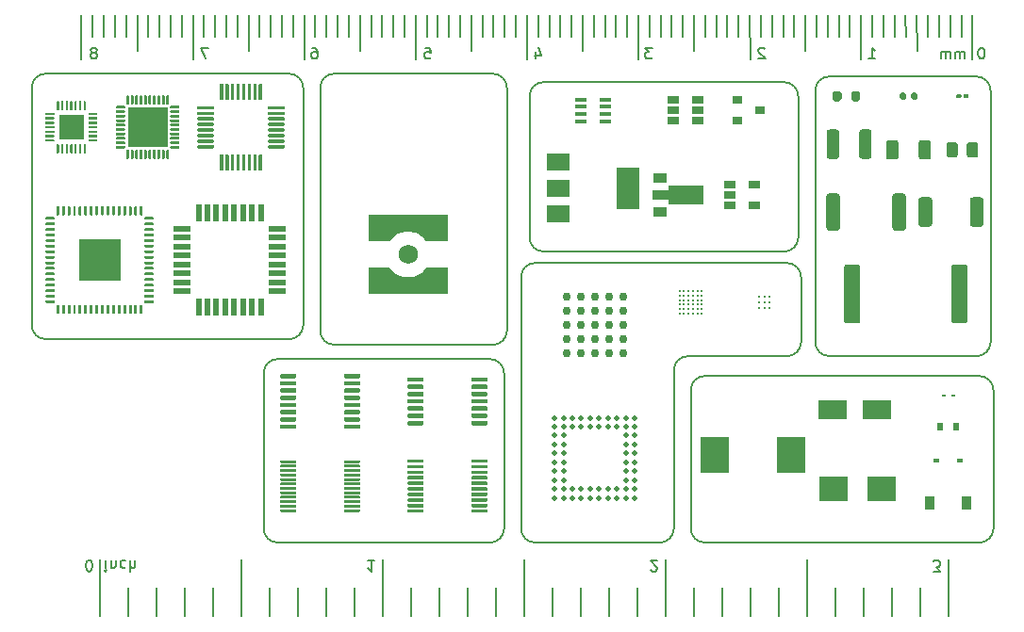
<source format=gbr>
%TF.GenerationSoftware,KiCad,Pcbnew,5.1.8-db9833491~88~ubuntu20.04.1*%
%TF.CreationDate,2020-12-22T00:38:32+08:00*%
%TF.ProjectId,Ingress_BioCard,496e6772-6573-4735-9f42-696f43617264,1.0*%
%TF.SameCoordinates,Original*%
%TF.FileFunction,Soldermask,Bot*%
%TF.FilePolarity,Negative*%
%FSLAX46Y46*%
G04 Gerber Fmt 4.6, Leading zero omitted, Abs format (unit mm)*
G04 Created by KiCad (PCBNEW 5.1.8-db9833491~88~ubuntu20.04.1) date 2020-12-22 00:38:32*
%MOMM*%
%LPD*%
G01*
G04 APERTURE LIST*
%ADD10C,0.150000*%
%ADD11C,0.500000*%
%ADD12C,0.200000*%
%ADD13C,0.750000*%
%ADD14C,0.250000*%
%ADD15C,0.100000*%
%ADD16C,1.730000*%
%ADD17R,1.300000X0.900000*%
%ADD18R,2.000000X1.500000*%
%ADD19R,2.000000X3.800000*%
%ADD20R,1.060000X0.400000*%
%ADD21R,1.060000X0.650000*%
%ADD22R,0.900000X0.800000*%
%ADD23R,0.900000X1.200000*%
%ADD24R,0.600000X0.450000*%
%ADD25R,0.600000X0.700000*%
%ADD26R,0.360000X0.250000*%
%ADD27R,2.500000X3.300000*%
%ADD28R,2.500000X2.300000*%
%ADD29R,2.500000X1.800000*%
%ADD30R,0.550000X1.600000*%
%ADD31R,1.600000X0.550000*%
%ADD32R,3.600000X3.600000*%
%ADD33R,2.300000X2.300000*%
%ADD34R,3.800000X3.800000*%
G04 APERTURE END LIST*
D10*
X122682000Y-112522000D02*
G75*
G02*
X123952000Y-111252000I1270000J0D01*
G01*
X132842000Y-111252000D02*
X123952001Y-111251999D01*
X134112000Y-104140000D02*
X134111999Y-109981999D01*
X134111999Y-109981999D02*
G75*
G02*
X132842000Y-111252000I-1270000J-1D01*
G01*
X121411999Y-102870001D02*
X132841999Y-102870001D01*
X132841999Y-102870001D02*
G75*
G02*
X134112000Y-104140000I1J-1270000D01*
G01*
X122682000Y-112522000D02*
X122682000Y-126746001D01*
X122682000Y-126746002D02*
G75*
G02*
X121411999Y-128016001I-1270000J1D01*
G01*
X121411999Y-128016001D02*
X110236000Y-128016000D01*
X110236000Y-128016000D02*
G75*
G02*
X108965997Y-126746001I-2J1270001D01*
G01*
X108966002Y-104140002D02*
G75*
G02*
X110236000Y-102870000I1270000J2D01*
G01*
X110236000Y-102870000D02*
X121411999Y-102870001D01*
X108966000Y-126746001D02*
X108966002Y-104140002D01*
X107696000Y-87122000D02*
X107696000Y-108966001D01*
X106425999Y-85852001D02*
G75*
G02*
X107696000Y-87122000I1J-1270000D01*
G01*
X92202000Y-85851999D02*
X106425999Y-85852001D01*
X90932000Y-87121999D02*
G75*
G02*
X92202000Y-85851999I1270000J0D01*
G01*
X106426001Y-110236002D02*
X92202001Y-110235999D01*
X107696000Y-108966001D02*
G75*
G02*
X106426001Y-110236002I-1270000J-1D01*
G01*
X90932000Y-108966000D02*
X90932000Y-87121999D01*
X92202001Y-110235999D02*
G75*
G02*
X90932000Y-108966000I-1J1270000D01*
G01*
X103500000Y-80620000D02*
X103510000Y-82550000D01*
X102500000Y-80620000D02*
X102500000Y-82550000D01*
X106500000Y-80620000D02*
X106500000Y-82550000D01*
X100500000Y-80620000D02*
X100500000Y-82550000D01*
X101500000Y-80620000D02*
X101500000Y-82550000D01*
X108500000Y-80620000D02*
X108500000Y-82550000D01*
X107500000Y-80620000D02*
X107500000Y-82550000D01*
X105500000Y-80620000D02*
X105500000Y-82550000D01*
X93500000Y-80620000D02*
X93510000Y-82550000D01*
X92500000Y-80620000D02*
X92500000Y-82550000D01*
X96500000Y-80620000D02*
X96500000Y-82550000D01*
X90500000Y-80620000D02*
X90500000Y-82550000D01*
X91500000Y-80620000D02*
X91500000Y-82550000D01*
X98500000Y-80620000D02*
X98500000Y-82550000D01*
X97500000Y-80620000D02*
X97500000Y-82550000D01*
X95500000Y-80620000D02*
X95500000Y-82550000D01*
X83500000Y-80620000D02*
X83510000Y-82550000D01*
X82500000Y-80620000D02*
X82500000Y-82550000D01*
X86500000Y-80620000D02*
X86500000Y-82550000D01*
X80500000Y-80620000D02*
X80500000Y-82550000D01*
X81500000Y-80620000D02*
X81500000Y-82550000D01*
X88500000Y-80620000D02*
X88500000Y-82550000D01*
X87500000Y-80620000D02*
X87500000Y-82550000D01*
X85500000Y-80620000D02*
X85500000Y-82550000D01*
X73500000Y-80620000D02*
X73510000Y-82550000D01*
X72500000Y-80620000D02*
X72500000Y-82550000D01*
X76500000Y-80620000D02*
X76500000Y-82550000D01*
X70500000Y-80620000D02*
X70500000Y-82550000D01*
X71500000Y-80620000D02*
X71500000Y-82550000D01*
X78500000Y-80620000D02*
X78500000Y-82550000D01*
X77500000Y-80620000D02*
X77500000Y-82550000D01*
X75500000Y-80620000D02*
X75500000Y-82550000D01*
X113500000Y-80620000D02*
X113510000Y-82550000D01*
X112500000Y-80620000D02*
X112500000Y-82550000D01*
X116500000Y-80620000D02*
X116500000Y-82550000D01*
X110500000Y-80620000D02*
X110500000Y-82550000D01*
X111500000Y-80620000D02*
X111500000Y-82550000D01*
X118500000Y-80620000D02*
X118500000Y-82550000D01*
X117500000Y-80620000D02*
X117500000Y-82550000D01*
X115500000Y-80620000D02*
X115500000Y-82550000D01*
X123500000Y-80620000D02*
X123510000Y-82550000D01*
X122500000Y-80620000D02*
X122500000Y-82550000D01*
X126500000Y-80620000D02*
X126500000Y-82550000D01*
X120500000Y-80620000D02*
X120500000Y-82550000D01*
X121500000Y-80620000D02*
X121500000Y-82550000D01*
X128500000Y-80620000D02*
X128500000Y-82550000D01*
X127500000Y-80620000D02*
X127500000Y-82550000D01*
X125500000Y-80620000D02*
X125500000Y-82550000D01*
X133500000Y-80620000D02*
X133510000Y-82550000D01*
X132500000Y-80620000D02*
X132500000Y-82550000D01*
X136500000Y-80620000D02*
X136500000Y-82550000D01*
X130500000Y-80620000D02*
X130500000Y-82550000D01*
X131500000Y-80620000D02*
X131500000Y-82550000D01*
X138500000Y-80620000D02*
X138500000Y-82550000D01*
X137500000Y-80620000D02*
X137500000Y-82550000D01*
X135500000Y-80620000D02*
X135500000Y-82550000D01*
X87122000Y-111506000D02*
X106172000Y-111506000D01*
X85852000Y-112776000D02*
G75*
G02*
X87122000Y-111506000I1270000J0D01*
G01*
X106172000Y-128016000D02*
X87122000Y-128016000D01*
X107442000Y-126746000D02*
G75*
G02*
X106172000Y-128016000I-1270000J0D01*
G01*
X107442000Y-112776000D02*
X107442000Y-126746000D01*
X106172000Y-111506000D02*
G75*
G02*
X107442000Y-112776000I0J-1270000D01*
G01*
X87122000Y-128016000D02*
G75*
G02*
X85852000Y-126746000I0J1270000D01*
G01*
X85852000Y-126746000D02*
X85852000Y-112776000D01*
X133858000Y-87884000D02*
X133858000Y-100584000D01*
X133858000Y-100584000D02*
G75*
G02*
X132588000Y-101854000I-1270000J0D01*
G01*
X110998000Y-86614000D02*
X132588000Y-86614000D01*
X132588000Y-86614000D02*
G75*
G02*
X133858000Y-87884000I0J-1270000D01*
G01*
X132588000Y-101854000D02*
X110998000Y-101854000D01*
X110998000Y-101854000D02*
G75*
G02*
X109728000Y-100584000I0J1270000D01*
G01*
X109728000Y-100584000D02*
X109728000Y-87884000D01*
X109728000Y-87884000D02*
G75*
G02*
X110998000Y-86614000I1270000J0D01*
G01*
X124206000Y-126746000D02*
X124206000Y-114300000D01*
X124206000Y-114300000D02*
G75*
G02*
X125476000Y-113030000I1270000J0D01*
G01*
X125476000Y-113030000D02*
X150114000Y-113030000D01*
X150114000Y-113030000D02*
G75*
G02*
X151384000Y-114300000I0J-1270000D01*
G01*
X151384000Y-114300000D02*
X151384000Y-126746000D01*
X151384000Y-126746000D02*
G75*
G02*
X150114000Y-128016000I-1270000J0D01*
G01*
X150114000Y-128016000D02*
X125476000Y-128016000D01*
X125476000Y-128016000D02*
G75*
G02*
X124206000Y-126746000I0J1270000D01*
G01*
X65024000Y-108458000D02*
X65024000Y-94488000D01*
X66294000Y-109728000D02*
G75*
G02*
X65024000Y-108458000I0J1270000D01*
G01*
X88138000Y-109728000D02*
X66294000Y-109728000D01*
X89408000Y-108458000D02*
G75*
G02*
X88138000Y-109728000I-1270000J0D01*
G01*
X88138000Y-85852000D02*
G75*
G02*
X89408000Y-87122000I0J-1270000D01*
G01*
X89408000Y-87122000D02*
X89408000Y-108458000D01*
X65024000Y-100330000D02*
X65024000Y-87122000D01*
X65024000Y-87122000D02*
G75*
G02*
X66294000Y-85852000I1270000J0D01*
G01*
X66294000Y-85852000D02*
X88138000Y-85852000D01*
X135382000Y-87376000D02*
G75*
G02*
X136652000Y-86106000I1270000J0D01*
G01*
X136652000Y-86106000D02*
X149860000Y-86106000D01*
X136652000Y-111252000D02*
G75*
G02*
X135382000Y-109982000I0J1270000D01*
G01*
X135382000Y-109982000D02*
X135382000Y-87376000D01*
X151130000Y-109982000D02*
G75*
G02*
X149860000Y-111252000I-1270000J0D01*
G01*
X149860000Y-111252000D02*
X136652000Y-111252000D01*
X151130000Y-87376000D02*
X151130000Y-109982000D01*
X149860000Y-86106000D02*
G75*
G02*
X151130000Y-87376000I0J-1270000D01*
G01*
X80851333Y-83526380D02*
X80184666Y-83526380D01*
X80613238Y-84526380D01*
X90233523Y-83526380D02*
X90424000Y-83526380D01*
X90519238Y-83574000D01*
X90566857Y-83621619D01*
X90662095Y-83764476D01*
X90709714Y-83954952D01*
X90709714Y-84335904D01*
X90662095Y-84431142D01*
X90614476Y-84478761D01*
X90519238Y-84526380D01*
X90328761Y-84526380D01*
X90233523Y-84478761D01*
X90185904Y-84431142D01*
X90138285Y-84335904D01*
X90138285Y-84097809D01*
X90185904Y-84002571D01*
X90233523Y-83954952D01*
X90328761Y-83907333D01*
X90519238Y-83907333D01*
X90614476Y-83954952D01*
X90662095Y-84002571D01*
X90709714Y-84097809D01*
X100345904Y-83526380D02*
X100822095Y-83526380D01*
X100869714Y-84002571D01*
X100822095Y-83954952D01*
X100726857Y-83907333D01*
X100488761Y-83907333D01*
X100393523Y-83954952D01*
X100345904Y-84002571D01*
X100298285Y-84097809D01*
X100298285Y-84335904D01*
X100345904Y-84431142D01*
X100393523Y-84478761D01*
X100488761Y-84526380D01*
X100726857Y-84526380D01*
X100822095Y-84478761D01*
X100869714Y-84431142D01*
X110299523Y-83859714D02*
X110299523Y-84526380D01*
X110537619Y-83478761D02*
X110775714Y-84193047D01*
X110156666Y-84193047D01*
X69500000Y-80620000D02*
X69500000Y-84582000D01*
X74500000Y-80620000D02*
X74500000Y-83820000D01*
X79500000Y-80620000D02*
X79502000Y-84582000D01*
X89500000Y-80620000D02*
X89500000Y-84582000D01*
X94500000Y-80620000D02*
X94500000Y-83820000D01*
X84500000Y-80620000D02*
X84500000Y-83820000D01*
X99500000Y-80620000D02*
X99500000Y-84582000D01*
X109500000Y-80620000D02*
X109500000Y-84582000D01*
X114500000Y-80620000D02*
X114500000Y-83820000D01*
X104500000Y-80620000D02*
X104500000Y-83820000D01*
X124500000Y-80620000D02*
X124500000Y-83820000D01*
X119500000Y-80620000D02*
X119500000Y-84582000D01*
X134500000Y-80620000D02*
X134500000Y-83820000D01*
X129500000Y-80620000D02*
X129540000Y-84582000D01*
X145970666Y-130595619D02*
X146589714Y-130595619D01*
X146256380Y-130214666D01*
X146399238Y-130214666D01*
X146494476Y-130167047D01*
X146542095Y-130119428D01*
X146589714Y-130024190D01*
X146589714Y-129786095D01*
X146542095Y-129690857D01*
X146494476Y-129643238D01*
X146399238Y-129595619D01*
X146113523Y-129595619D01*
X146018285Y-129643238D01*
X145970666Y-129690857D01*
X120618285Y-130500380D02*
X120665904Y-130548000D01*
X120761142Y-130595619D01*
X120999238Y-130595619D01*
X121094476Y-130548000D01*
X121142095Y-130500380D01*
X121189714Y-130405142D01*
X121189714Y-130309904D01*
X121142095Y-130167047D01*
X120570666Y-129595619D01*
X121189714Y-129595619D01*
X95789714Y-129595619D02*
X95218285Y-129595619D01*
X95504000Y-129595619D02*
X95504000Y-130595619D01*
X95408761Y-130452761D01*
X95313523Y-130357523D01*
X95218285Y-130309904D01*
X70136000Y-130595619D02*
X70231238Y-130595619D01*
X70326476Y-130548000D01*
X70374095Y-130500380D01*
X70421714Y-130405142D01*
X70469333Y-130214666D01*
X70469333Y-129976571D01*
X70421714Y-129786095D01*
X70374095Y-129690857D01*
X70326476Y-129643238D01*
X70231238Y-129595619D01*
X70136000Y-129595619D01*
X70040761Y-129643238D01*
X69993142Y-129690857D01*
X69945523Y-129786095D01*
X69897904Y-129976571D01*
X69897904Y-130214666D01*
X69945523Y-130405142D01*
X69993142Y-130500380D01*
X70040761Y-130548000D01*
X70136000Y-130595619D01*
X71659809Y-129595619D02*
X71659809Y-130262285D01*
X71659809Y-130595619D02*
X71612190Y-130548000D01*
X71659809Y-130500380D01*
X71707428Y-130548000D01*
X71659809Y-130595619D01*
X71659809Y-130500380D01*
X72136000Y-130262285D02*
X72136000Y-129595619D01*
X72136000Y-130167047D02*
X72183619Y-130214666D01*
X72278857Y-130262285D01*
X72421714Y-130262285D01*
X72516952Y-130214666D01*
X72564571Y-130119428D01*
X72564571Y-129595619D01*
X73469333Y-129643238D02*
X73374095Y-129595619D01*
X73183619Y-129595619D01*
X73088380Y-129643238D01*
X73040761Y-129690857D01*
X72993142Y-129786095D01*
X72993142Y-130071809D01*
X73040761Y-130167047D01*
X73088380Y-130214666D01*
X73183619Y-130262285D01*
X73374095Y-130262285D01*
X73469333Y-130214666D01*
X73897904Y-129595619D02*
X73897904Y-130595619D01*
X74326476Y-129595619D02*
X74326476Y-130119428D01*
X74278857Y-130214666D01*
X74183619Y-130262285D01*
X74040761Y-130262285D01*
X73945523Y-130214666D01*
X73897904Y-130167047D01*
X134620000Y-134620000D02*
X134620000Y-129540000D01*
X127000000Y-134620000D02*
X127000000Y-132080000D01*
X144780000Y-134620000D02*
X144780000Y-132080000D01*
X137160000Y-134620000D02*
X137160000Y-132080000D01*
X139700000Y-134620000D02*
X139700000Y-132080000D01*
X124460000Y-134620000D02*
X124460000Y-132080000D01*
X142240000Y-134620000D02*
X142240000Y-132080000D01*
X129540000Y-134620000D02*
X129540000Y-132080000D01*
X147320000Y-134620000D02*
X147320000Y-129540000D01*
X132080000Y-134620000D02*
X132080000Y-132080000D01*
X109220000Y-134620000D02*
X109220000Y-129540000D01*
X101600000Y-134620000D02*
X101600000Y-132080000D01*
X119380000Y-134620000D02*
X119380000Y-132080000D01*
X111760000Y-134620000D02*
X111760000Y-132080000D01*
X114300000Y-134620000D02*
X114300000Y-132080000D01*
X99060000Y-134620000D02*
X99060000Y-132080000D01*
X116840000Y-134620000D02*
X116840000Y-132080000D01*
X104140000Y-134620000D02*
X104140000Y-132080000D01*
X121920000Y-134620000D02*
X121920000Y-129540000D01*
X106680000Y-134620000D02*
X106680000Y-132080000D01*
X96520000Y-134620000D02*
X96520000Y-129540000D01*
X88900000Y-134620000D02*
X88900000Y-132080000D01*
X86360000Y-134620000D02*
X86360000Y-132080000D01*
X91440000Y-134620000D02*
X91440000Y-132080000D01*
X93980000Y-134620000D02*
X93980000Y-132080000D01*
X83820000Y-134620000D02*
X83820000Y-129540000D01*
X81280000Y-134620000D02*
X81280000Y-132080000D01*
X78740000Y-134620000D02*
X78740000Y-132080000D01*
X76200000Y-134620000D02*
X76200000Y-132080000D01*
X73660000Y-134620000D02*
X73660000Y-132080000D01*
X71120000Y-134620000D02*
X71120000Y-129540000D01*
X145500000Y-80620000D02*
X145500000Y-82550000D01*
X147500000Y-80620000D02*
X147500000Y-82550000D01*
X149500000Y-80620000D02*
X149500000Y-84582000D01*
X148500000Y-80620000D02*
X148500000Y-82550000D01*
X141500000Y-80620000D02*
X141500000Y-82550000D01*
X70707238Y-83954952D02*
X70802476Y-83907333D01*
X70850095Y-83859714D01*
X70897714Y-83764476D01*
X70897714Y-83716857D01*
X70850095Y-83621619D01*
X70802476Y-83574000D01*
X70707238Y-83526380D01*
X70516761Y-83526380D01*
X70421523Y-83574000D01*
X70373904Y-83621619D01*
X70326285Y-83716857D01*
X70326285Y-83764476D01*
X70373904Y-83859714D01*
X70421523Y-83907333D01*
X70516761Y-83954952D01*
X70707238Y-83954952D01*
X70802476Y-84002571D01*
X70850095Y-84050190D01*
X70897714Y-84145428D01*
X70897714Y-84335904D01*
X70850095Y-84431142D01*
X70802476Y-84478761D01*
X70707238Y-84526380D01*
X70516761Y-84526380D01*
X70421523Y-84478761D01*
X70373904Y-84431142D01*
X70326285Y-84335904D01*
X70326285Y-84145428D01*
X70373904Y-84050190D01*
X70421523Y-84002571D01*
X70516761Y-83954952D01*
X139500000Y-80620000D02*
X139500000Y-84582000D01*
X140500000Y-80620000D02*
X140500000Y-82550000D01*
X146500000Y-80620000D02*
X146500000Y-82550000D01*
X142500000Y-80620000D02*
X142500000Y-82550000D01*
X143500000Y-80620000D02*
X143510000Y-82550000D01*
X144500000Y-80620000D02*
X144526000Y-83820000D01*
X120729333Y-83526380D02*
X120110285Y-83526380D01*
X120443619Y-83907333D01*
X120300761Y-83907333D01*
X120205523Y-83954952D01*
X120157904Y-84002571D01*
X120110285Y-84097809D01*
X120110285Y-84335904D01*
X120157904Y-84431142D01*
X120205523Y-84478761D01*
X120300761Y-84526380D01*
X120586476Y-84526380D01*
X120681714Y-84478761D01*
X120729333Y-84431142D01*
X130841714Y-83621619D02*
X130794095Y-83574000D01*
X130698857Y-83526380D01*
X130460761Y-83526380D01*
X130365523Y-83574000D01*
X130317904Y-83621619D01*
X130270285Y-83716857D01*
X130270285Y-83812095D01*
X130317904Y-83954952D01*
X130889333Y-84526380D01*
X130270285Y-84526380D01*
X140176285Y-84526380D02*
X140747714Y-84526380D01*
X140462000Y-84526380D02*
X140462000Y-83526380D01*
X140557238Y-83669238D01*
X140652476Y-83764476D01*
X140747714Y-83812095D01*
X150351904Y-83526380D02*
X150256666Y-83526380D01*
X150161428Y-83574000D01*
X150113809Y-83621619D01*
X150066190Y-83716857D01*
X150018571Y-83907333D01*
X150018571Y-84145428D01*
X150066190Y-84335904D01*
X150113809Y-84431142D01*
X150161428Y-84478761D01*
X150256666Y-84526380D01*
X150351904Y-84526380D01*
X150447142Y-84478761D01*
X150494761Y-84431142D01*
X150542380Y-84335904D01*
X150590000Y-84145428D01*
X150590000Y-83907333D01*
X150542380Y-83716857D01*
X150494761Y-83621619D01*
X150447142Y-83574000D01*
X150351904Y-83526380D01*
X148828095Y-84526380D02*
X148828095Y-83859714D01*
X148828095Y-83954952D02*
X148780476Y-83907333D01*
X148685238Y-83859714D01*
X148542380Y-83859714D01*
X148447142Y-83907333D01*
X148399523Y-84002571D01*
X148399523Y-84526380D01*
X148399523Y-84002571D02*
X148351904Y-83907333D01*
X148256666Y-83859714D01*
X148113809Y-83859714D01*
X148018571Y-83907333D01*
X147970952Y-84002571D01*
X147970952Y-84526380D01*
X147494761Y-84526380D02*
X147494761Y-83859714D01*
X147494761Y-83954952D02*
X147447142Y-83907333D01*
X147351904Y-83859714D01*
X147209047Y-83859714D01*
X147113809Y-83907333D01*
X147066190Y-84002571D01*
X147066190Y-84526380D01*
X147066190Y-84002571D02*
X147018571Y-83907333D01*
X146923333Y-83859714D01*
X146780476Y-83859714D01*
X146685238Y-83907333D01*
X146637619Y-84002571D01*
X146637619Y-84526380D01*
%TO.C,4020R*%
G36*
G01*
X147585000Y-108064000D02*
X147585000Y-103264000D01*
G75*
G02*
X147835000Y-103014000I250000J0D01*
G01*
X148810000Y-103014000D01*
G75*
G02*
X149060000Y-103264000I0J-250000D01*
G01*
X149060000Y-108064000D01*
G75*
G02*
X148810000Y-108314000I-250000J0D01*
G01*
X147835000Y-108314000D01*
G75*
G02*
X147585000Y-108064000I0J250000D01*
G01*
G37*
G36*
G01*
X137960000Y-108064000D02*
X137960000Y-103264000D01*
G75*
G02*
X138210000Y-103014000I250000J0D01*
G01*
X139185000Y-103014000D01*
G75*
G02*
X139435000Y-103264000I0J-250000D01*
G01*
X139435000Y-108064000D01*
G75*
G02*
X139185000Y-108314000I-250000J0D01*
G01*
X138210000Y-108314000D01*
G75*
G02*
X137960000Y-108064000I0J250000D01*
G01*
G37*
%TD*%
D11*
%TO.C,BGA64*%
X117570000Y-123196000D03*
X116770000Y-123196000D03*
X119170000Y-117596000D03*
X118370000Y-118396000D03*
X118370000Y-117596000D03*
X118370000Y-116796000D03*
X117570000Y-116796000D03*
X117570000Y-117596000D03*
X119170000Y-116796000D03*
X119170000Y-123996000D03*
X118370000Y-123996000D03*
X117570000Y-123996000D03*
X116770000Y-123996000D03*
X116770000Y-117596000D03*
X115970000Y-117596000D03*
X115190000Y-117606000D03*
X112770000Y-123196000D03*
X113570000Y-123196000D03*
X114370000Y-123196000D03*
X115170000Y-123196000D03*
X119170000Y-123196000D03*
X119170000Y-118396000D03*
X118370000Y-119196000D03*
X116770000Y-116796000D03*
X114370000Y-116796000D03*
X115170000Y-116796000D03*
X115970000Y-116796000D03*
X112770000Y-117596000D03*
X111970000Y-117596000D03*
X112770000Y-119196000D03*
X112770000Y-119996000D03*
X112770000Y-120796000D03*
X112770000Y-121596000D03*
X112770000Y-122396000D03*
X118370000Y-122396000D03*
X119170000Y-122396000D03*
X119170000Y-121596000D03*
X119170000Y-120796000D03*
X118370000Y-120796000D03*
X118370000Y-121596000D03*
X115970000Y-123196000D03*
X118370000Y-123196000D03*
X119170000Y-119196000D03*
X118370000Y-119996000D03*
X119170000Y-119996000D03*
X114370000Y-117596000D03*
X113570000Y-117596000D03*
X113570000Y-116796000D03*
X112770000Y-116796000D03*
X111970000Y-116796000D03*
X112770000Y-118396000D03*
X111970000Y-118396000D03*
X111970000Y-119196000D03*
X111970000Y-119996000D03*
X111970000Y-120796000D03*
X111970000Y-121596000D03*
X111970000Y-122396000D03*
X111970000Y-123196000D03*
X115970000Y-123996000D03*
X115170000Y-123996000D03*
X114370000Y-123996000D03*
X113570000Y-123996000D03*
X112770000Y-123996000D03*
X111970000Y-123996000D03*
%TD*%
D12*
%TO.C,BGA36*%
X125206000Y-105426000D03*
X125206000Y-105826000D03*
X125206000Y-106226000D03*
X125206000Y-106626000D03*
X125206000Y-107026000D03*
X125206000Y-107426000D03*
X124806000Y-105426000D03*
X124806000Y-105826000D03*
X124806000Y-106226000D03*
X124806000Y-106626000D03*
X124806000Y-107026000D03*
X124806000Y-107426000D03*
X124406000Y-105426000D03*
X124406000Y-105826000D03*
X124406000Y-106226000D03*
X124406000Y-106626000D03*
X124406000Y-107026000D03*
X124406000Y-107426000D03*
X124006000Y-105426000D03*
X124006000Y-105826000D03*
X124006000Y-106226000D03*
X124006000Y-106626000D03*
X124006000Y-107026000D03*
X124006000Y-107426000D03*
X123606000Y-105426000D03*
X123606000Y-105826000D03*
X123606000Y-106226000D03*
X123606000Y-106626000D03*
X123606000Y-107026000D03*
X123606000Y-107426000D03*
X123206000Y-105426000D03*
X123206000Y-105826000D03*
X123206000Y-106226000D03*
X123206000Y-106626000D03*
X123206000Y-107026000D03*
X123206000Y-107426000D03*
%TD*%
D13*
%TO.C,BGA25*%
X113030000Y-110998000D03*
X113030000Y-109728000D03*
X113030000Y-108458000D03*
X113030000Y-107188000D03*
X113030000Y-105918000D03*
X114300000Y-110998000D03*
X114300000Y-109728000D03*
X114300000Y-108458000D03*
X114300000Y-107188000D03*
X114300000Y-105918000D03*
X115570000Y-110998000D03*
X115570000Y-109728000D03*
X115570000Y-108458000D03*
X115570000Y-107188000D03*
X115570000Y-105918000D03*
X116840000Y-110998000D03*
X116840000Y-109728000D03*
X116840000Y-108458000D03*
X116840000Y-107188000D03*
X116840000Y-105918000D03*
X118110000Y-110998000D03*
X118110000Y-109728000D03*
X118110000Y-108458000D03*
X118110000Y-107188000D03*
X118110000Y-105918000D03*
%TD*%
D14*
%TO.C,BGA9*%
X131310000Y-106926000D03*
X130810000Y-106926000D03*
X130310000Y-106926000D03*
X131310000Y-106426000D03*
X130810000Y-106426000D03*
X130310000Y-106426000D03*
X131310000Y-105926000D03*
X130810000Y-105926000D03*
X130310000Y-105926000D03*
%TD*%
D15*
%TO.C,SMA Amphenol*%
G36*
X102361000Y-100903000D02*
G01*
X100451000Y-100903000D01*
X100306000Y-100728000D01*
X100166000Y-100588000D01*
X100011000Y-100463000D01*
X99841000Y-100353000D01*
X99666000Y-100258000D01*
X99481000Y-100183000D01*
X99286000Y-100128000D01*
X99086000Y-100088000D01*
X98891000Y-100073000D01*
X98721000Y-100073000D01*
X98526000Y-100088000D01*
X98326000Y-100128000D01*
X98131000Y-100183000D01*
X97946000Y-100258000D01*
X97771000Y-100353000D01*
X97601000Y-100463000D01*
X97446000Y-100588000D01*
X97306000Y-100728000D01*
X97161000Y-100903000D01*
X95251000Y-100903000D01*
X95251000Y-98553000D01*
X102361000Y-98553000D01*
X102361000Y-100903000D01*
G37*
G36*
X95251000Y-103313000D02*
G01*
X97161000Y-103313000D01*
X97306000Y-103488000D01*
X97446000Y-103628000D01*
X97601000Y-103753000D01*
X97771000Y-103863000D01*
X97946000Y-103958000D01*
X98131000Y-104033000D01*
X98326000Y-104088000D01*
X98526000Y-104128000D01*
X98721000Y-104143000D01*
X98891000Y-104143000D01*
X99086000Y-104128000D01*
X99286000Y-104088000D01*
X99481000Y-104033000D01*
X99666000Y-103958000D01*
X99841000Y-103863000D01*
X100011000Y-103753000D01*
X100166000Y-103628000D01*
X100306000Y-103488000D01*
X100451000Y-103313000D01*
X102361000Y-103313000D01*
X102361000Y-105663000D01*
X95251000Y-105663000D01*
X95251000Y-103313000D01*
G37*
D16*
X98806000Y-102108000D03*
%TD*%
D15*
%TO.C,SOT89*%
G36*
X125363000Y-97640500D02*
G01*
X122238000Y-97640500D01*
X122238000Y-97224000D01*
X120763000Y-97224000D01*
X120763000Y-96324000D01*
X122238000Y-96324000D01*
X122238000Y-95907500D01*
X125363000Y-95907500D01*
X125363000Y-97640500D01*
G37*
D17*
X121413000Y-95274000D03*
X121413000Y-98274000D03*
%TD*%
D18*
%TO.C,SOT223*%
X112293000Y-98439000D03*
X112293000Y-93839000D03*
X112293000Y-96139000D03*
D19*
X118593000Y-96139000D03*
%TD*%
D20*
%TO.C,SOT238*%
X116543000Y-90134000D03*
X116543000Y-89484000D03*
X116543000Y-88824000D03*
X116543000Y-88174000D03*
X114343000Y-88174000D03*
X114343000Y-88824000D03*
X114343000Y-89484000D03*
X114343000Y-90134000D03*
%TD*%
D21*
%TO.C,SOT236*%
X124798000Y-89154000D03*
X124798000Y-90104000D03*
X124798000Y-88204000D03*
X122598000Y-88204000D03*
X122598000Y-89154000D03*
X122598000Y-90104000D03*
%TD*%
%TO.C,SOT235*%
X129878000Y-97724000D03*
X129878000Y-95824000D03*
X127678000Y-95824000D03*
X127678000Y-96774000D03*
X127678000Y-97724000D03*
%TD*%
D22*
%TO.C,SOT23*%
X130413000Y-89154000D03*
X128413000Y-88204000D03*
X128413000Y-90104000D03*
%TD*%
%TO.C,TSSOP24*%
G36*
G01*
X93057000Y-125198500D02*
X93057000Y-125073500D01*
G75*
G02*
X93119500Y-125011000I62500J0D01*
G01*
X94469500Y-125011000D01*
G75*
G02*
X94532000Y-125073500I0J-62500D01*
G01*
X94532000Y-125198500D01*
G75*
G02*
X94469500Y-125261000I-62500J0D01*
G01*
X93119500Y-125261000D01*
G75*
G02*
X93057000Y-125198500I0J62500D01*
G01*
G37*
G36*
G01*
X93057000Y-124798500D02*
X93057000Y-124673500D01*
G75*
G02*
X93119500Y-124611000I62500J0D01*
G01*
X94469500Y-124611000D01*
G75*
G02*
X94532000Y-124673500I0J-62500D01*
G01*
X94532000Y-124798500D01*
G75*
G02*
X94469500Y-124861000I-62500J0D01*
G01*
X93119500Y-124861000D01*
G75*
G02*
X93057000Y-124798500I0J62500D01*
G01*
G37*
G36*
G01*
X93057000Y-124398500D02*
X93057000Y-124273500D01*
G75*
G02*
X93119500Y-124211000I62500J0D01*
G01*
X94469500Y-124211000D01*
G75*
G02*
X94532000Y-124273500I0J-62500D01*
G01*
X94532000Y-124398500D01*
G75*
G02*
X94469500Y-124461000I-62500J0D01*
G01*
X93119500Y-124461000D01*
G75*
G02*
X93057000Y-124398500I0J62500D01*
G01*
G37*
G36*
G01*
X93057000Y-123998500D02*
X93057000Y-123873500D01*
G75*
G02*
X93119500Y-123811000I62500J0D01*
G01*
X94469500Y-123811000D01*
G75*
G02*
X94532000Y-123873500I0J-62500D01*
G01*
X94532000Y-123998500D01*
G75*
G02*
X94469500Y-124061000I-62500J0D01*
G01*
X93119500Y-124061000D01*
G75*
G02*
X93057000Y-123998500I0J62500D01*
G01*
G37*
G36*
G01*
X93057000Y-123598500D02*
X93057000Y-123473500D01*
G75*
G02*
X93119500Y-123411000I62500J0D01*
G01*
X94469500Y-123411000D01*
G75*
G02*
X94532000Y-123473500I0J-62500D01*
G01*
X94532000Y-123598500D01*
G75*
G02*
X94469500Y-123661000I-62500J0D01*
G01*
X93119500Y-123661000D01*
G75*
G02*
X93057000Y-123598500I0J62500D01*
G01*
G37*
G36*
G01*
X93057000Y-123198500D02*
X93057000Y-123073500D01*
G75*
G02*
X93119500Y-123011000I62500J0D01*
G01*
X94469500Y-123011000D01*
G75*
G02*
X94532000Y-123073500I0J-62500D01*
G01*
X94532000Y-123198500D01*
G75*
G02*
X94469500Y-123261000I-62500J0D01*
G01*
X93119500Y-123261000D01*
G75*
G02*
X93057000Y-123198500I0J62500D01*
G01*
G37*
G36*
G01*
X93057000Y-122798500D02*
X93057000Y-122673500D01*
G75*
G02*
X93119500Y-122611000I62500J0D01*
G01*
X94469500Y-122611000D01*
G75*
G02*
X94532000Y-122673500I0J-62500D01*
G01*
X94532000Y-122798500D01*
G75*
G02*
X94469500Y-122861000I-62500J0D01*
G01*
X93119500Y-122861000D01*
G75*
G02*
X93057000Y-122798500I0J62500D01*
G01*
G37*
G36*
G01*
X93057000Y-122398500D02*
X93057000Y-122273500D01*
G75*
G02*
X93119500Y-122211000I62500J0D01*
G01*
X94469500Y-122211000D01*
G75*
G02*
X94532000Y-122273500I0J-62500D01*
G01*
X94532000Y-122398500D01*
G75*
G02*
X94469500Y-122461000I-62500J0D01*
G01*
X93119500Y-122461000D01*
G75*
G02*
X93057000Y-122398500I0J62500D01*
G01*
G37*
G36*
G01*
X93057000Y-121998500D02*
X93057000Y-121873500D01*
G75*
G02*
X93119500Y-121811000I62500J0D01*
G01*
X94469500Y-121811000D01*
G75*
G02*
X94532000Y-121873500I0J-62500D01*
G01*
X94532000Y-121998500D01*
G75*
G02*
X94469500Y-122061000I-62500J0D01*
G01*
X93119500Y-122061000D01*
G75*
G02*
X93057000Y-121998500I0J62500D01*
G01*
G37*
G36*
G01*
X93057000Y-121598500D02*
X93057000Y-121473500D01*
G75*
G02*
X93119500Y-121411000I62500J0D01*
G01*
X94469500Y-121411000D01*
G75*
G02*
X94532000Y-121473500I0J-62500D01*
G01*
X94532000Y-121598500D01*
G75*
G02*
X94469500Y-121661000I-62500J0D01*
G01*
X93119500Y-121661000D01*
G75*
G02*
X93057000Y-121598500I0J62500D01*
G01*
G37*
G36*
G01*
X93057000Y-121198500D02*
X93057000Y-121073500D01*
G75*
G02*
X93119500Y-121011000I62500J0D01*
G01*
X94469500Y-121011000D01*
G75*
G02*
X94532000Y-121073500I0J-62500D01*
G01*
X94532000Y-121198500D01*
G75*
G02*
X94469500Y-121261000I-62500J0D01*
G01*
X93119500Y-121261000D01*
G75*
G02*
X93057000Y-121198500I0J62500D01*
G01*
G37*
G36*
G01*
X93057000Y-120798500D02*
X93057000Y-120673500D01*
G75*
G02*
X93119500Y-120611000I62500J0D01*
G01*
X94469500Y-120611000D01*
G75*
G02*
X94532000Y-120673500I0J-62500D01*
G01*
X94532000Y-120798500D01*
G75*
G02*
X94469500Y-120861000I-62500J0D01*
G01*
X93119500Y-120861000D01*
G75*
G02*
X93057000Y-120798500I0J62500D01*
G01*
G37*
G36*
G01*
X87332000Y-120798500D02*
X87332000Y-120673500D01*
G75*
G02*
X87394500Y-120611000I62500J0D01*
G01*
X88744500Y-120611000D01*
G75*
G02*
X88807000Y-120673500I0J-62500D01*
G01*
X88807000Y-120798500D01*
G75*
G02*
X88744500Y-120861000I-62500J0D01*
G01*
X87394500Y-120861000D01*
G75*
G02*
X87332000Y-120798500I0J62500D01*
G01*
G37*
G36*
G01*
X87332000Y-121198500D02*
X87332000Y-121073500D01*
G75*
G02*
X87394500Y-121011000I62500J0D01*
G01*
X88744500Y-121011000D01*
G75*
G02*
X88807000Y-121073500I0J-62500D01*
G01*
X88807000Y-121198500D01*
G75*
G02*
X88744500Y-121261000I-62500J0D01*
G01*
X87394500Y-121261000D01*
G75*
G02*
X87332000Y-121198500I0J62500D01*
G01*
G37*
G36*
G01*
X87332000Y-121598500D02*
X87332000Y-121473500D01*
G75*
G02*
X87394500Y-121411000I62500J0D01*
G01*
X88744500Y-121411000D01*
G75*
G02*
X88807000Y-121473500I0J-62500D01*
G01*
X88807000Y-121598500D01*
G75*
G02*
X88744500Y-121661000I-62500J0D01*
G01*
X87394500Y-121661000D01*
G75*
G02*
X87332000Y-121598500I0J62500D01*
G01*
G37*
G36*
G01*
X87332000Y-121998500D02*
X87332000Y-121873500D01*
G75*
G02*
X87394500Y-121811000I62500J0D01*
G01*
X88744500Y-121811000D01*
G75*
G02*
X88807000Y-121873500I0J-62500D01*
G01*
X88807000Y-121998500D01*
G75*
G02*
X88744500Y-122061000I-62500J0D01*
G01*
X87394500Y-122061000D01*
G75*
G02*
X87332000Y-121998500I0J62500D01*
G01*
G37*
G36*
G01*
X87332000Y-122398500D02*
X87332000Y-122273500D01*
G75*
G02*
X87394500Y-122211000I62500J0D01*
G01*
X88744500Y-122211000D01*
G75*
G02*
X88807000Y-122273500I0J-62500D01*
G01*
X88807000Y-122398500D01*
G75*
G02*
X88744500Y-122461000I-62500J0D01*
G01*
X87394500Y-122461000D01*
G75*
G02*
X87332000Y-122398500I0J62500D01*
G01*
G37*
G36*
G01*
X87332000Y-122798500D02*
X87332000Y-122673500D01*
G75*
G02*
X87394500Y-122611000I62500J0D01*
G01*
X88744500Y-122611000D01*
G75*
G02*
X88807000Y-122673500I0J-62500D01*
G01*
X88807000Y-122798500D01*
G75*
G02*
X88744500Y-122861000I-62500J0D01*
G01*
X87394500Y-122861000D01*
G75*
G02*
X87332000Y-122798500I0J62500D01*
G01*
G37*
G36*
G01*
X87332000Y-123198500D02*
X87332000Y-123073500D01*
G75*
G02*
X87394500Y-123011000I62500J0D01*
G01*
X88744500Y-123011000D01*
G75*
G02*
X88807000Y-123073500I0J-62500D01*
G01*
X88807000Y-123198500D01*
G75*
G02*
X88744500Y-123261000I-62500J0D01*
G01*
X87394500Y-123261000D01*
G75*
G02*
X87332000Y-123198500I0J62500D01*
G01*
G37*
G36*
G01*
X87332000Y-123598500D02*
X87332000Y-123473500D01*
G75*
G02*
X87394500Y-123411000I62500J0D01*
G01*
X88744500Y-123411000D01*
G75*
G02*
X88807000Y-123473500I0J-62500D01*
G01*
X88807000Y-123598500D01*
G75*
G02*
X88744500Y-123661000I-62500J0D01*
G01*
X87394500Y-123661000D01*
G75*
G02*
X87332000Y-123598500I0J62500D01*
G01*
G37*
G36*
G01*
X87332000Y-123998500D02*
X87332000Y-123873500D01*
G75*
G02*
X87394500Y-123811000I62500J0D01*
G01*
X88744500Y-123811000D01*
G75*
G02*
X88807000Y-123873500I0J-62500D01*
G01*
X88807000Y-123998500D01*
G75*
G02*
X88744500Y-124061000I-62500J0D01*
G01*
X87394500Y-124061000D01*
G75*
G02*
X87332000Y-123998500I0J62500D01*
G01*
G37*
G36*
G01*
X87332000Y-124398500D02*
X87332000Y-124273500D01*
G75*
G02*
X87394500Y-124211000I62500J0D01*
G01*
X88744500Y-124211000D01*
G75*
G02*
X88807000Y-124273500I0J-62500D01*
G01*
X88807000Y-124398500D01*
G75*
G02*
X88744500Y-124461000I-62500J0D01*
G01*
X87394500Y-124461000D01*
G75*
G02*
X87332000Y-124398500I0J62500D01*
G01*
G37*
G36*
G01*
X87332000Y-124798500D02*
X87332000Y-124673500D01*
G75*
G02*
X87394500Y-124611000I62500J0D01*
G01*
X88744500Y-124611000D01*
G75*
G02*
X88807000Y-124673500I0J-62500D01*
G01*
X88807000Y-124798500D01*
G75*
G02*
X88744500Y-124861000I-62500J0D01*
G01*
X87394500Y-124861000D01*
G75*
G02*
X87332000Y-124798500I0J62500D01*
G01*
G37*
G36*
G01*
X87332000Y-125198500D02*
X87332000Y-125073500D01*
G75*
G02*
X87394500Y-125011000I62500J0D01*
G01*
X88744500Y-125011000D01*
G75*
G02*
X88807000Y-125073500I0J-62500D01*
G01*
X88807000Y-125198500D01*
G75*
G02*
X88744500Y-125261000I-62500J0D01*
G01*
X87394500Y-125261000D01*
G75*
G02*
X87332000Y-125198500I0J62500D01*
G01*
G37*
%TD*%
%TO.C,TSSOP20*%
G36*
G01*
X104487000Y-125261000D02*
X104487000Y-125111000D01*
G75*
G02*
X104562000Y-125036000I75000J0D01*
G01*
X105887000Y-125036000D01*
G75*
G02*
X105962000Y-125111000I0J-75000D01*
G01*
X105962000Y-125261000D01*
G75*
G02*
X105887000Y-125336000I-75000J0D01*
G01*
X104562000Y-125336000D01*
G75*
G02*
X104487000Y-125261000I0J75000D01*
G01*
G37*
G36*
G01*
X104487000Y-124761000D02*
X104487000Y-124611000D01*
G75*
G02*
X104562000Y-124536000I75000J0D01*
G01*
X105887000Y-124536000D01*
G75*
G02*
X105962000Y-124611000I0J-75000D01*
G01*
X105962000Y-124761000D01*
G75*
G02*
X105887000Y-124836000I-75000J0D01*
G01*
X104562000Y-124836000D01*
G75*
G02*
X104487000Y-124761000I0J75000D01*
G01*
G37*
G36*
G01*
X104487000Y-124261000D02*
X104487000Y-124111000D01*
G75*
G02*
X104562000Y-124036000I75000J0D01*
G01*
X105887000Y-124036000D01*
G75*
G02*
X105962000Y-124111000I0J-75000D01*
G01*
X105962000Y-124261000D01*
G75*
G02*
X105887000Y-124336000I-75000J0D01*
G01*
X104562000Y-124336000D01*
G75*
G02*
X104487000Y-124261000I0J75000D01*
G01*
G37*
G36*
G01*
X104487000Y-123761000D02*
X104487000Y-123611000D01*
G75*
G02*
X104562000Y-123536000I75000J0D01*
G01*
X105887000Y-123536000D01*
G75*
G02*
X105962000Y-123611000I0J-75000D01*
G01*
X105962000Y-123761000D01*
G75*
G02*
X105887000Y-123836000I-75000J0D01*
G01*
X104562000Y-123836000D01*
G75*
G02*
X104487000Y-123761000I0J75000D01*
G01*
G37*
G36*
G01*
X104487000Y-123261000D02*
X104487000Y-123111000D01*
G75*
G02*
X104562000Y-123036000I75000J0D01*
G01*
X105887000Y-123036000D01*
G75*
G02*
X105962000Y-123111000I0J-75000D01*
G01*
X105962000Y-123261000D01*
G75*
G02*
X105887000Y-123336000I-75000J0D01*
G01*
X104562000Y-123336000D01*
G75*
G02*
X104487000Y-123261000I0J75000D01*
G01*
G37*
G36*
G01*
X104487000Y-122761000D02*
X104487000Y-122611000D01*
G75*
G02*
X104562000Y-122536000I75000J0D01*
G01*
X105887000Y-122536000D01*
G75*
G02*
X105962000Y-122611000I0J-75000D01*
G01*
X105962000Y-122761000D01*
G75*
G02*
X105887000Y-122836000I-75000J0D01*
G01*
X104562000Y-122836000D01*
G75*
G02*
X104487000Y-122761000I0J75000D01*
G01*
G37*
G36*
G01*
X104487000Y-122261000D02*
X104487000Y-122111000D01*
G75*
G02*
X104562000Y-122036000I75000J0D01*
G01*
X105887000Y-122036000D01*
G75*
G02*
X105962000Y-122111000I0J-75000D01*
G01*
X105962000Y-122261000D01*
G75*
G02*
X105887000Y-122336000I-75000J0D01*
G01*
X104562000Y-122336000D01*
G75*
G02*
X104487000Y-122261000I0J75000D01*
G01*
G37*
G36*
G01*
X104487000Y-121761000D02*
X104487000Y-121611000D01*
G75*
G02*
X104562000Y-121536000I75000J0D01*
G01*
X105887000Y-121536000D01*
G75*
G02*
X105962000Y-121611000I0J-75000D01*
G01*
X105962000Y-121761000D01*
G75*
G02*
X105887000Y-121836000I-75000J0D01*
G01*
X104562000Y-121836000D01*
G75*
G02*
X104487000Y-121761000I0J75000D01*
G01*
G37*
G36*
G01*
X104487000Y-121261000D02*
X104487000Y-121111000D01*
G75*
G02*
X104562000Y-121036000I75000J0D01*
G01*
X105887000Y-121036000D01*
G75*
G02*
X105962000Y-121111000I0J-75000D01*
G01*
X105962000Y-121261000D01*
G75*
G02*
X105887000Y-121336000I-75000J0D01*
G01*
X104562000Y-121336000D01*
G75*
G02*
X104487000Y-121261000I0J75000D01*
G01*
G37*
G36*
G01*
X104487000Y-120761000D02*
X104487000Y-120611000D01*
G75*
G02*
X104562000Y-120536000I75000J0D01*
G01*
X105887000Y-120536000D01*
G75*
G02*
X105962000Y-120611000I0J-75000D01*
G01*
X105962000Y-120761000D01*
G75*
G02*
X105887000Y-120836000I-75000J0D01*
G01*
X104562000Y-120836000D01*
G75*
G02*
X104487000Y-120761000I0J75000D01*
G01*
G37*
G36*
G01*
X98762000Y-120761000D02*
X98762000Y-120611000D01*
G75*
G02*
X98837000Y-120536000I75000J0D01*
G01*
X100162000Y-120536000D01*
G75*
G02*
X100237000Y-120611000I0J-75000D01*
G01*
X100237000Y-120761000D01*
G75*
G02*
X100162000Y-120836000I-75000J0D01*
G01*
X98837000Y-120836000D01*
G75*
G02*
X98762000Y-120761000I0J75000D01*
G01*
G37*
G36*
G01*
X98762000Y-121261000D02*
X98762000Y-121111000D01*
G75*
G02*
X98837000Y-121036000I75000J0D01*
G01*
X100162000Y-121036000D01*
G75*
G02*
X100237000Y-121111000I0J-75000D01*
G01*
X100237000Y-121261000D01*
G75*
G02*
X100162000Y-121336000I-75000J0D01*
G01*
X98837000Y-121336000D01*
G75*
G02*
X98762000Y-121261000I0J75000D01*
G01*
G37*
G36*
G01*
X98762000Y-121761000D02*
X98762000Y-121611000D01*
G75*
G02*
X98837000Y-121536000I75000J0D01*
G01*
X100162000Y-121536000D01*
G75*
G02*
X100237000Y-121611000I0J-75000D01*
G01*
X100237000Y-121761000D01*
G75*
G02*
X100162000Y-121836000I-75000J0D01*
G01*
X98837000Y-121836000D01*
G75*
G02*
X98762000Y-121761000I0J75000D01*
G01*
G37*
G36*
G01*
X98762000Y-122261000D02*
X98762000Y-122111000D01*
G75*
G02*
X98837000Y-122036000I75000J0D01*
G01*
X100162000Y-122036000D01*
G75*
G02*
X100237000Y-122111000I0J-75000D01*
G01*
X100237000Y-122261000D01*
G75*
G02*
X100162000Y-122336000I-75000J0D01*
G01*
X98837000Y-122336000D01*
G75*
G02*
X98762000Y-122261000I0J75000D01*
G01*
G37*
G36*
G01*
X98762000Y-122761000D02*
X98762000Y-122611000D01*
G75*
G02*
X98837000Y-122536000I75000J0D01*
G01*
X100162000Y-122536000D01*
G75*
G02*
X100237000Y-122611000I0J-75000D01*
G01*
X100237000Y-122761000D01*
G75*
G02*
X100162000Y-122836000I-75000J0D01*
G01*
X98837000Y-122836000D01*
G75*
G02*
X98762000Y-122761000I0J75000D01*
G01*
G37*
G36*
G01*
X98762000Y-123261000D02*
X98762000Y-123111000D01*
G75*
G02*
X98837000Y-123036000I75000J0D01*
G01*
X100162000Y-123036000D01*
G75*
G02*
X100237000Y-123111000I0J-75000D01*
G01*
X100237000Y-123261000D01*
G75*
G02*
X100162000Y-123336000I-75000J0D01*
G01*
X98837000Y-123336000D01*
G75*
G02*
X98762000Y-123261000I0J75000D01*
G01*
G37*
G36*
G01*
X98762000Y-123761000D02*
X98762000Y-123611000D01*
G75*
G02*
X98837000Y-123536000I75000J0D01*
G01*
X100162000Y-123536000D01*
G75*
G02*
X100237000Y-123611000I0J-75000D01*
G01*
X100237000Y-123761000D01*
G75*
G02*
X100162000Y-123836000I-75000J0D01*
G01*
X98837000Y-123836000D01*
G75*
G02*
X98762000Y-123761000I0J75000D01*
G01*
G37*
G36*
G01*
X98762000Y-124261000D02*
X98762000Y-124111000D01*
G75*
G02*
X98837000Y-124036000I75000J0D01*
G01*
X100162000Y-124036000D01*
G75*
G02*
X100237000Y-124111000I0J-75000D01*
G01*
X100237000Y-124261000D01*
G75*
G02*
X100162000Y-124336000I-75000J0D01*
G01*
X98837000Y-124336000D01*
G75*
G02*
X98762000Y-124261000I0J75000D01*
G01*
G37*
G36*
G01*
X98762000Y-124761000D02*
X98762000Y-124611000D01*
G75*
G02*
X98837000Y-124536000I75000J0D01*
G01*
X100162000Y-124536000D01*
G75*
G02*
X100237000Y-124611000I0J-75000D01*
G01*
X100237000Y-124761000D01*
G75*
G02*
X100162000Y-124836000I-75000J0D01*
G01*
X98837000Y-124836000D01*
G75*
G02*
X98762000Y-124761000I0J75000D01*
G01*
G37*
G36*
G01*
X98762000Y-125261000D02*
X98762000Y-125111000D01*
G75*
G02*
X98837000Y-125036000I75000J0D01*
G01*
X100162000Y-125036000D01*
G75*
G02*
X100237000Y-125111000I0J-75000D01*
G01*
X100237000Y-125261000D01*
G75*
G02*
X100162000Y-125336000I-75000J0D01*
G01*
X98837000Y-125336000D01*
G75*
G02*
X98762000Y-125261000I0J75000D01*
G01*
G37*
%TD*%
%TO.C,TSSOP16*%
G36*
G01*
X93057000Y-117691000D02*
X93057000Y-117491000D01*
G75*
G02*
X93157000Y-117391000I100000J0D01*
G01*
X94432000Y-117391000D01*
G75*
G02*
X94532000Y-117491000I0J-100000D01*
G01*
X94532000Y-117691000D01*
G75*
G02*
X94432000Y-117791000I-100000J0D01*
G01*
X93157000Y-117791000D01*
G75*
G02*
X93057000Y-117691000I0J100000D01*
G01*
G37*
G36*
G01*
X93057000Y-117041000D02*
X93057000Y-116841000D01*
G75*
G02*
X93157000Y-116741000I100000J0D01*
G01*
X94432000Y-116741000D01*
G75*
G02*
X94532000Y-116841000I0J-100000D01*
G01*
X94532000Y-117041000D01*
G75*
G02*
X94432000Y-117141000I-100000J0D01*
G01*
X93157000Y-117141000D01*
G75*
G02*
X93057000Y-117041000I0J100000D01*
G01*
G37*
G36*
G01*
X93057000Y-116391000D02*
X93057000Y-116191000D01*
G75*
G02*
X93157000Y-116091000I100000J0D01*
G01*
X94432000Y-116091000D01*
G75*
G02*
X94532000Y-116191000I0J-100000D01*
G01*
X94532000Y-116391000D01*
G75*
G02*
X94432000Y-116491000I-100000J0D01*
G01*
X93157000Y-116491000D01*
G75*
G02*
X93057000Y-116391000I0J100000D01*
G01*
G37*
G36*
G01*
X93057000Y-115741000D02*
X93057000Y-115541000D01*
G75*
G02*
X93157000Y-115441000I100000J0D01*
G01*
X94432000Y-115441000D01*
G75*
G02*
X94532000Y-115541000I0J-100000D01*
G01*
X94532000Y-115741000D01*
G75*
G02*
X94432000Y-115841000I-100000J0D01*
G01*
X93157000Y-115841000D01*
G75*
G02*
X93057000Y-115741000I0J100000D01*
G01*
G37*
G36*
G01*
X93057000Y-115091000D02*
X93057000Y-114891000D01*
G75*
G02*
X93157000Y-114791000I100000J0D01*
G01*
X94432000Y-114791000D01*
G75*
G02*
X94532000Y-114891000I0J-100000D01*
G01*
X94532000Y-115091000D01*
G75*
G02*
X94432000Y-115191000I-100000J0D01*
G01*
X93157000Y-115191000D01*
G75*
G02*
X93057000Y-115091000I0J100000D01*
G01*
G37*
G36*
G01*
X93057000Y-114441000D02*
X93057000Y-114241000D01*
G75*
G02*
X93157000Y-114141000I100000J0D01*
G01*
X94432000Y-114141000D01*
G75*
G02*
X94532000Y-114241000I0J-100000D01*
G01*
X94532000Y-114441000D01*
G75*
G02*
X94432000Y-114541000I-100000J0D01*
G01*
X93157000Y-114541000D01*
G75*
G02*
X93057000Y-114441000I0J100000D01*
G01*
G37*
G36*
G01*
X93057000Y-113791000D02*
X93057000Y-113591000D01*
G75*
G02*
X93157000Y-113491000I100000J0D01*
G01*
X94432000Y-113491000D01*
G75*
G02*
X94532000Y-113591000I0J-100000D01*
G01*
X94532000Y-113791000D01*
G75*
G02*
X94432000Y-113891000I-100000J0D01*
G01*
X93157000Y-113891000D01*
G75*
G02*
X93057000Y-113791000I0J100000D01*
G01*
G37*
G36*
G01*
X93057000Y-113141000D02*
X93057000Y-112941000D01*
G75*
G02*
X93157000Y-112841000I100000J0D01*
G01*
X94432000Y-112841000D01*
G75*
G02*
X94532000Y-112941000I0J-100000D01*
G01*
X94532000Y-113141000D01*
G75*
G02*
X94432000Y-113241000I-100000J0D01*
G01*
X93157000Y-113241000D01*
G75*
G02*
X93057000Y-113141000I0J100000D01*
G01*
G37*
G36*
G01*
X87332000Y-113141000D02*
X87332000Y-112941000D01*
G75*
G02*
X87432000Y-112841000I100000J0D01*
G01*
X88707000Y-112841000D01*
G75*
G02*
X88807000Y-112941000I0J-100000D01*
G01*
X88807000Y-113141000D01*
G75*
G02*
X88707000Y-113241000I-100000J0D01*
G01*
X87432000Y-113241000D01*
G75*
G02*
X87332000Y-113141000I0J100000D01*
G01*
G37*
G36*
G01*
X87332000Y-113791000D02*
X87332000Y-113591000D01*
G75*
G02*
X87432000Y-113491000I100000J0D01*
G01*
X88707000Y-113491000D01*
G75*
G02*
X88807000Y-113591000I0J-100000D01*
G01*
X88807000Y-113791000D01*
G75*
G02*
X88707000Y-113891000I-100000J0D01*
G01*
X87432000Y-113891000D01*
G75*
G02*
X87332000Y-113791000I0J100000D01*
G01*
G37*
G36*
G01*
X87332000Y-114441000D02*
X87332000Y-114241000D01*
G75*
G02*
X87432000Y-114141000I100000J0D01*
G01*
X88707000Y-114141000D01*
G75*
G02*
X88807000Y-114241000I0J-100000D01*
G01*
X88807000Y-114441000D01*
G75*
G02*
X88707000Y-114541000I-100000J0D01*
G01*
X87432000Y-114541000D01*
G75*
G02*
X87332000Y-114441000I0J100000D01*
G01*
G37*
G36*
G01*
X87332000Y-115091000D02*
X87332000Y-114891000D01*
G75*
G02*
X87432000Y-114791000I100000J0D01*
G01*
X88707000Y-114791000D01*
G75*
G02*
X88807000Y-114891000I0J-100000D01*
G01*
X88807000Y-115091000D01*
G75*
G02*
X88707000Y-115191000I-100000J0D01*
G01*
X87432000Y-115191000D01*
G75*
G02*
X87332000Y-115091000I0J100000D01*
G01*
G37*
G36*
G01*
X87332000Y-115741000D02*
X87332000Y-115541000D01*
G75*
G02*
X87432000Y-115441000I100000J0D01*
G01*
X88707000Y-115441000D01*
G75*
G02*
X88807000Y-115541000I0J-100000D01*
G01*
X88807000Y-115741000D01*
G75*
G02*
X88707000Y-115841000I-100000J0D01*
G01*
X87432000Y-115841000D01*
G75*
G02*
X87332000Y-115741000I0J100000D01*
G01*
G37*
G36*
G01*
X87332000Y-116391000D02*
X87332000Y-116191000D01*
G75*
G02*
X87432000Y-116091000I100000J0D01*
G01*
X88707000Y-116091000D01*
G75*
G02*
X88807000Y-116191000I0J-100000D01*
G01*
X88807000Y-116391000D01*
G75*
G02*
X88707000Y-116491000I-100000J0D01*
G01*
X87432000Y-116491000D01*
G75*
G02*
X87332000Y-116391000I0J100000D01*
G01*
G37*
G36*
G01*
X87332000Y-117041000D02*
X87332000Y-116841000D01*
G75*
G02*
X87432000Y-116741000I100000J0D01*
G01*
X88707000Y-116741000D01*
G75*
G02*
X88807000Y-116841000I0J-100000D01*
G01*
X88807000Y-117041000D01*
G75*
G02*
X88707000Y-117141000I-100000J0D01*
G01*
X87432000Y-117141000D01*
G75*
G02*
X87332000Y-117041000I0J100000D01*
G01*
G37*
G36*
G01*
X87332000Y-117691000D02*
X87332000Y-117491000D01*
G75*
G02*
X87432000Y-117391000I100000J0D01*
G01*
X88707000Y-117391000D01*
G75*
G02*
X88807000Y-117491000I0J-100000D01*
G01*
X88807000Y-117691000D01*
G75*
G02*
X88707000Y-117791000I-100000J0D01*
G01*
X87432000Y-117791000D01*
G75*
G02*
X87332000Y-117691000I0J100000D01*
G01*
G37*
%TD*%
%TO.C,TSSOP14*%
G36*
G01*
X104487000Y-117366000D02*
X104487000Y-117166000D01*
G75*
G02*
X104587000Y-117066000I100000J0D01*
G01*
X105862000Y-117066000D01*
G75*
G02*
X105962000Y-117166000I0J-100000D01*
G01*
X105962000Y-117366000D01*
G75*
G02*
X105862000Y-117466000I-100000J0D01*
G01*
X104587000Y-117466000D01*
G75*
G02*
X104487000Y-117366000I0J100000D01*
G01*
G37*
G36*
G01*
X104487000Y-116716000D02*
X104487000Y-116516000D01*
G75*
G02*
X104587000Y-116416000I100000J0D01*
G01*
X105862000Y-116416000D01*
G75*
G02*
X105962000Y-116516000I0J-100000D01*
G01*
X105962000Y-116716000D01*
G75*
G02*
X105862000Y-116816000I-100000J0D01*
G01*
X104587000Y-116816000D01*
G75*
G02*
X104487000Y-116716000I0J100000D01*
G01*
G37*
G36*
G01*
X104487000Y-116066000D02*
X104487000Y-115866000D01*
G75*
G02*
X104587000Y-115766000I100000J0D01*
G01*
X105862000Y-115766000D01*
G75*
G02*
X105962000Y-115866000I0J-100000D01*
G01*
X105962000Y-116066000D01*
G75*
G02*
X105862000Y-116166000I-100000J0D01*
G01*
X104587000Y-116166000D01*
G75*
G02*
X104487000Y-116066000I0J100000D01*
G01*
G37*
G36*
G01*
X104487000Y-115416000D02*
X104487000Y-115216000D01*
G75*
G02*
X104587000Y-115116000I100000J0D01*
G01*
X105862000Y-115116000D01*
G75*
G02*
X105962000Y-115216000I0J-100000D01*
G01*
X105962000Y-115416000D01*
G75*
G02*
X105862000Y-115516000I-100000J0D01*
G01*
X104587000Y-115516000D01*
G75*
G02*
X104487000Y-115416000I0J100000D01*
G01*
G37*
G36*
G01*
X104487000Y-114766000D02*
X104487000Y-114566000D01*
G75*
G02*
X104587000Y-114466000I100000J0D01*
G01*
X105862000Y-114466000D01*
G75*
G02*
X105962000Y-114566000I0J-100000D01*
G01*
X105962000Y-114766000D01*
G75*
G02*
X105862000Y-114866000I-100000J0D01*
G01*
X104587000Y-114866000D01*
G75*
G02*
X104487000Y-114766000I0J100000D01*
G01*
G37*
G36*
G01*
X104487000Y-114116000D02*
X104487000Y-113916000D01*
G75*
G02*
X104587000Y-113816000I100000J0D01*
G01*
X105862000Y-113816000D01*
G75*
G02*
X105962000Y-113916000I0J-100000D01*
G01*
X105962000Y-114116000D01*
G75*
G02*
X105862000Y-114216000I-100000J0D01*
G01*
X104587000Y-114216000D01*
G75*
G02*
X104487000Y-114116000I0J100000D01*
G01*
G37*
G36*
G01*
X104487000Y-113466000D02*
X104487000Y-113266000D01*
G75*
G02*
X104587000Y-113166000I100000J0D01*
G01*
X105862000Y-113166000D01*
G75*
G02*
X105962000Y-113266000I0J-100000D01*
G01*
X105962000Y-113466000D01*
G75*
G02*
X105862000Y-113566000I-100000J0D01*
G01*
X104587000Y-113566000D01*
G75*
G02*
X104487000Y-113466000I0J100000D01*
G01*
G37*
G36*
G01*
X98762000Y-113466000D02*
X98762000Y-113266000D01*
G75*
G02*
X98862000Y-113166000I100000J0D01*
G01*
X100137000Y-113166000D01*
G75*
G02*
X100237000Y-113266000I0J-100000D01*
G01*
X100237000Y-113466000D01*
G75*
G02*
X100137000Y-113566000I-100000J0D01*
G01*
X98862000Y-113566000D01*
G75*
G02*
X98762000Y-113466000I0J100000D01*
G01*
G37*
G36*
G01*
X98762000Y-114116000D02*
X98762000Y-113916000D01*
G75*
G02*
X98862000Y-113816000I100000J0D01*
G01*
X100137000Y-113816000D01*
G75*
G02*
X100237000Y-113916000I0J-100000D01*
G01*
X100237000Y-114116000D01*
G75*
G02*
X100137000Y-114216000I-100000J0D01*
G01*
X98862000Y-114216000D01*
G75*
G02*
X98762000Y-114116000I0J100000D01*
G01*
G37*
G36*
G01*
X98762000Y-114766000D02*
X98762000Y-114566000D01*
G75*
G02*
X98862000Y-114466000I100000J0D01*
G01*
X100137000Y-114466000D01*
G75*
G02*
X100237000Y-114566000I0J-100000D01*
G01*
X100237000Y-114766000D01*
G75*
G02*
X100137000Y-114866000I-100000J0D01*
G01*
X98862000Y-114866000D01*
G75*
G02*
X98762000Y-114766000I0J100000D01*
G01*
G37*
G36*
G01*
X98762000Y-115416000D02*
X98762000Y-115216000D01*
G75*
G02*
X98862000Y-115116000I100000J0D01*
G01*
X100137000Y-115116000D01*
G75*
G02*
X100237000Y-115216000I0J-100000D01*
G01*
X100237000Y-115416000D01*
G75*
G02*
X100137000Y-115516000I-100000J0D01*
G01*
X98862000Y-115516000D01*
G75*
G02*
X98762000Y-115416000I0J100000D01*
G01*
G37*
G36*
G01*
X98762000Y-116066000D02*
X98762000Y-115866000D01*
G75*
G02*
X98862000Y-115766000I100000J0D01*
G01*
X100137000Y-115766000D01*
G75*
G02*
X100237000Y-115866000I0J-100000D01*
G01*
X100237000Y-116066000D01*
G75*
G02*
X100137000Y-116166000I-100000J0D01*
G01*
X98862000Y-116166000D01*
G75*
G02*
X98762000Y-116066000I0J100000D01*
G01*
G37*
G36*
G01*
X98762000Y-116716000D02*
X98762000Y-116516000D01*
G75*
G02*
X98862000Y-116416000I100000J0D01*
G01*
X100137000Y-116416000D01*
G75*
G02*
X100237000Y-116516000I0J-100000D01*
G01*
X100237000Y-116716000D01*
G75*
G02*
X100137000Y-116816000I-100000J0D01*
G01*
X98862000Y-116816000D01*
G75*
G02*
X98762000Y-116716000I0J100000D01*
G01*
G37*
G36*
G01*
X98762000Y-117366000D02*
X98762000Y-117166000D01*
G75*
G02*
X98862000Y-117066000I100000J0D01*
G01*
X100137000Y-117066000D01*
G75*
G02*
X100237000Y-117166000I0J-100000D01*
G01*
X100237000Y-117366000D01*
G75*
G02*
X100137000Y-117466000I-100000J0D01*
G01*
X98862000Y-117466000D01*
G75*
G02*
X98762000Y-117366000I0J100000D01*
G01*
G37*
%TD*%
D23*
%TO.C,SOD123*%
X148970000Y-124460000D03*
X145670000Y-124460000D03*
%TD*%
D24*
%TO.C,SOD323*%
X148370000Y-120650000D03*
X146270000Y-120650000D03*
%TD*%
D25*
%TO.C,SOD523*%
X146620000Y-117602000D03*
X148020000Y-117602000D03*
%TD*%
D26*
%TO.C,SOD923*%
X147740000Y-114808000D03*
X146900000Y-114808000D03*
%TD*%
D27*
%TO.C,SMC*%
X133194000Y-120142000D03*
X126394000Y-120142000D03*
%TD*%
D28*
%TO.C,SMB*%
X141342000Y-123190000D03*
X137042000Y-123190000D03*
%TD*%
D29*
%TO.C,SMA*%
X140938000Y-116078000D03*
X136938000Y-116078000D03*
%TD*%
%TO.C,2010R*%
G36*
G01*
X149274000Y-99373000D02*
X149274000Y-97223000D01*
G75*
G02*
X149524000Y-96973000I250000J0D01*
G01*
X150249000Y-96973000D01*
G75*
G02*
X150499000Y-97223000I0J-250000D01*
G01*
X150499000Y-99373000D01*
G75*
G02*
X150249000Y-99623000I-250000J0D01*
G01*
X149524000Y-99623000D01*
G75*
G02*
X149274000Y-99373000I0J250000D01*
G01*
G37*
G36*
G01*
X144649000Y-99373000D02*
X144649000Y-97223000D01*
G75*
G02*
X144899000Y-96973000I250000J0D01*
G01*
X145624000Y-96973000D01*
G75*
G02*
X145874000Y-97223000I0J-250000D01*
G01*
X145874000Y-99373000D01*
G75*
G02*
X145624000Y-99623000I-250000J0D01*
G01*
X144899000Y-99623000D01*
G75*
G02*
X144649000Y-99373000I0J250000D01*
G01*
G37*
%TD*%
%TO.C,1210R*%
G36*
G01*
X139330000Y-93277001D02*
X139330000Y-91126999D01*
G75*
G02*
X139579999Y-90877000I249999J0D01*
G01*
X140205001Y-90877000D01*
G75*
G02*
X140455000Y-91126999I0J-249999D01*
G01*
X140455000Y-93277001D01*
G75*
G02*
X140205001Y-93527000I-249999J0D01*
G01*
X139579999Y-93527000D01*
G75*
G02*
X139330000Y-93277001I0J249999D01*
G01*
G37*
G36*
G01*
X136405000Y-93277001D02*
X136405000Y-91126999D01*
G75*
G02*
X136654999Y-90877000I249999J0D01*
G01*
X137280001Y-90877000D01*
G75*
G02*
X137530000Y-91126999I0J-249999D01*
G01*
X137530000Y-93277001D01*
G75*
G02*
X137280001Y-93527000I-249999J0D01*
G01*
X136654999Y-93527000D01*
G75*
G02*
X136405000Y-93277001I0J249999D01*
G01*
G37*
%TD*%
%TO.C,LQFP32*%
G36*
G01*
X81920000Y-94528000D02*
X81920000Y-93178000D01*
G75*
G02*
X81995000Y-93103000I75000J0D01*
G01*
X82145000Y-93103000D01*
G75*
G02*
X82220000Y-93178000I0J-75000D01*
G01*
X82220000Y-94528000D01*
G75*
G02*
X82145000Y-94603000I-75000J0D01*
G01*
X81995000Y-94603000D01*
G75*
G02*
X81920000Y-94528000I0J75000D01*
G01*
G37*
G36*
G01*
X82420000Y-94528000D02*
X82420000Y-93178000D01*
G75*
G02*
X82495000Y-93103000I75000J0D01*
G01*
X82645000Y-93103000D01*
G75*
G02*
X82720000Y-93178000I0J-75000D01*
G01*
X82720000Y-94528000D01*
G75*
G02*
X82645000Y-94603000I-75000J0D01*
G01*
X82495000Y-94603000D01*
G75*
G02*
X82420000Y-94528000I0J75000D01*
G01*
G37*
G36*
G01*
X82920000Y-94528000D02*
X82920000Y-93178000D01*
G75*
G02*
X82995000Y-93103000I75000J0D01*
G01*
X83145000Y-93103000D01*
G75*
G02*
X83220000Y-93178000I0J-75000D01*
G01*
X83220000Y-94528000D01*
G75*
G02*
X83145000Y-94603000I-75000J0D01*
G01*
X82995000Y-94603000D01*
G75*
G02*
X82920000Y-94528000I0J75000D01*
G01*
G37*
G36*
G01*
X83420000Y-94528000D02*
X83420000Y-93178000D01*
G75*
G02*
X83495000Y-93103000I75000J0D01*
G01*
X83645000Y-93103000D01*
G75*
G02*
X83720000Y-93178000I0J-75000D01*
G01*
X83720000Y-94528000D01*
G75*
G02*
X83645000Y-94603000I-75000J0D01*
G01*
X83495000Y-94603000D01*
G75*
G02*
X83420000Y-94528000I0J75000D01*
G01*
G37*
G36*
G01*
X83920000Y-94528000D02*
X83920000Y-93178000D01*
G75*
G02*
X83995000Y-93103000I75000J0D01*
G01*
X84145000Y-93103000D01*
G75*
G02*
X84220000Y-93178000I0J-75000D01*
G01*
X84220000Y-94528000D01*
G75*
G02*
X84145000Y-94603000I-75000J0D01*
G01*
X83995000Y-94603000D01*
G75*
G02*
X83920000Y-94528000I0J75000D01*
G01*
G37*
G36*
G01*
X84420000Y-94528000D02*
X84420000Y-93178000D01*
G75*
G02*
X84495000Y-93103000I75000J0D01*
G01*
X84645000Y-93103000D01*
G75*
G02*
X84720000Y-93178000I0J-75000D01*
G01*
X84720000Y-94528000D01*
G75*
G02*
X84645000Y-94603000I-75000J0D01*
G01*
X84495000Y-94603000D01*
G75*
G02*
X84420000Y-94528000I0J75000D01*
G01*
G37*
G36*
G01*
X84920000Y-94528000D02*
X84920000Y-93178000D01*
G75*
G02*
X84995000Y-93103000I75000J0D01*
G01*
X85145000Y-93103000D01*
G75*
G02*
X85220000Y-93178000I0J-75000D01*
G01*
X85220000Y-94528000D01*
G75*
G02*
X85145000Y-94603000I-75000J0D01*
G01*
X84995000Y-94603000D01*
G75*
G02*
X84920000Y-94528000I0J75000D01*
G01*
G37*
G36*
G01*
X85420000Y-94528000D02*
X85420000Y-93178000D01*
G75*
G02*
X85495000Y-93103000I75000J0D01*
G01*
X85645000Y-93103000D01*
G75*
G02*
X85720000Y-93178000I0J-75000D01*
G01*
X85720000Y-94528000D01*
G75*
G02*
X85645000Y-94603000I-75000J0D01*
G01*
X85495000Y-94603000D01*
G75*
G02*
X85420000Y-94528000I0J75000D01*
G01*
G37*
G36*
G01*
X86245000Y-92503000D02*
X86245000Y-92353000D01*
G75*
G02*
X86320000Y-92278000I75000J0D01*
G01*
X87670000Y-92278000D01*
G75*
G02*
X87745000Y-92353000I0J-75000D01*
G01*
X87745000Y-92503000D01*
G75*
G02*
X87670000Y-92578000I-75000J0D01*
G01*
X86320000Y-92578000D01*
G75*
G02*
X86245000Y-92503000I0J75000D01*
G01*
G37*
G36*
G01*
X86245000Y-92003000D02*
X86245000Y-91853000D01*
G75*
G02*
X86320000Y-91778000I75000J0D01*
G01*
X87670000Y-91778000D01*
G75*
G02*
X87745000Y-91853000I0J-75000D01*
G01*
X87745000Y-92003000D01*
G75*
G02*
X87670000Y-92078000I-75000J0D01*
G01*
X86320000Y-92078000D01*
G75*
G02*
X86245000Y-92003000I0J75000D01*
G01*
G37*
G36*
G01*
X86245000Y-91503000D02*
X86245000Y-91353000D01*
G75*
G02*
X86320000Y-91278000I75000J0D01*
G01*
X87670000Y-91278000D01*
G75*
G02*
X87745000Y-91353000I0J-75000D01*
G01*
X87745000Y-91503000D01*
G75*
G02*
X87670000Y-91578000I-75000J0D01*
G01*
X86320000Y-91578000D01*
G75*
G02*
X86245000Y-91503000I0J75000D01*
G01*
G37*
G36*
G01*
X86245000Y-91003000D02*
X86245000Y-90853000D01*
G75*
G02*
X86320000Y-90778000I75000J0D01*
G01*
X87670000Y-90778000D01*
G75*
G02*
X87745000Y-90853000I0J-75000D01*
G01*
X87745000Y-91003000D01*
G75*
G02*
X87670000Y-91078000I-75000J0D01*
G01*
X86320000Y-91078000D01*
G75*
G02*
X86245000Y-91003000I0J75000D01*
G01*
G37*
G36*
G01*
X86245000Y-90503000D02*
X86245000Y-90353000D01*
G75*
G02*
X86320000Y-90278000I75000J0D01*
G01*
X87670000Y-90278000D01*
G75*
G02*
X87745000Y-90353000I0J-75000D01*
G01*
X87745000Y-90503000D01*
G75*
G02*
X87670000Y-90578000I-75000J0D01*
G01*
X86320000Y-90578000D01*
G75*
G02*
X86245000Y-90503000I0J75000D01*
G01*
G37*
G36*
G01*
X86245000Y-90003000D02*
X86245000Y-89853000D01*
G75*
G02*
X86320000Y-89778000I75000J0D01*
G01*
X87670000Y-89778000D01*
G75*
G02*
X87745000Y-89853000I0J-75000D01*
G01*
X87745000Y-90003000D01*
G75*
G02*
X87670000Y-90078000I-75000J0D01*
G01*
X86320000Y-90078000D01*
G75*
G02*
X86245000Y-90003000I0J75000D01*
G01*
G37*
G36*
G01*
X86245000Y-89503000D02*
X86245000Y-89353000D01*
G75*
G02*
X86320000Y-89278000I75000J0D01*
G01*
X87670000Y-89278000D01*
G75*
G02*
X87745000Y-89353000I0J-75000D01*
G01*
X87745000Y-89503000D01*
G75*
G02*
X87670000Y-89578000I-75000J0D01*
G01*
X86320000Y-89578000D01*
G75*
G02*
X86245000Y-89503000I0J75000D01*
G01*
G37*
G36*
G01*
X86245000Y-89003000D02*
X86245000Y-88853000D01*
G75*
G02*
X86320000Y-88778000I75000J0D01*
G01*
X87670000Y-88778000D01*
G75*
G02*
X87745000Y-88853000I0J-75000D01*
G01*
X87745000Y-89003000D01*
G75*
G02*
X87670000Y-89078000I-75000J0D01*
G01*
X86320000Y-89078000D01*
G75*
G02*
X86245000Y-89003000I0J75000D01*
G01*
G37*
G36*
G01*
X85420000Y-88178000D02*
X85420000Y-86828000D01*
G75*
G02*
X85495000Y-86753000I75000J0D01*
G01*
X85645000Y-86753000D01*
G75*
G02*
X85720000Y-86828000I0J-75000D01*
G01*
X85720000Y-88178000D01*
G75*
G02*
X85645000Y-88253000I-75000J0D01*
G01*
X85495000Y-88253000D01*
G75*
G02*
X85420000Y-88178000I0J75000D01*
G01*
G37*
G36*
G01*
X84920000Y-88178000D02*
X84920000Y-86828000D01*
G75*
G02*
X84995000Y-86753000I75000J0D01*
G01*
X85145000Y-86753000D01*
G75*
G02*
X85220000Y-86828000I0J-75000D01*
G01*
X85220000Y-88178000D01*
G75*
G02*
X85145000Y-88253000I-75000J0D01*
G01*
X84995000Y-88253000D01*
G75*
G02*
X84920000Y-88178000I0J75000D01*
G01*
G37*
G36*
G01*
X84420000Y-88178000D02*
X84420000Y-86828000D01*
G75*
G02*
X84495000Y-86753000I75000J0D01*
G01*
X84645000Y-86753000D01*
G75*
G02*
X84720000Y-86828000I0J-75000D01*
G01*
X84720000Y-88178000D01*
G75*
G02*
X84645000Y-88253000I-75000J0D01*
G01*
X84495000Y-88253000D01*
G75*
G02*
X84420000Y-88178000I0J75000D01*
G01*
G37*
G36*
G01*
X83920000Y-88178000D02*
X83920000Y-86828000D01*
G75*
G02*
X83995000Y-86753000I75000J0D01*
G01*
X84145000Y-86753000D01*
G75*
G02*
X84220000Y-86828000I0J-75000D01*
G01*
X84220000Y-88178000D01*
G75*
G02*
X84145000Y-88253000I-75000J0D01*
G01*
X83995000Y-88253000D01*
G75*
G02*
X83920000Y-88178000I0J75000D01*
G01*
G37*
G36*
G01*
X83420000Y-88178000D02*
X83420000Y-86828000D01*
G75*
G02*
X83495000Y-86753000I75000J0D01*
G01*
X83645000Y-86753000D01*
G75*
G02*
X83720000Y-86828000I0J-75000D01*
G01*
X83720000Y-88178000D01*
G75*
G02*
X83645000Y-88253000I-75000J0D01*
G01*
X83495000Y-88253000D01*
G75*
G02*
X83420000Y-88178000I0J75000D01*
G01*
G37*
G36*
G01*
X82920000Y-88178000D02*
X82920000Y-86828000D01*
G75*
G02*
X82995000Y-86753000I75000J0D01*
G01*
X83145000Y-86753000D01*
G75*
G02*
X83220000Y-86828000I0J-75000D01*
G01*
X83220000Y-88178000D01*
G75*
G02*
X83145000Y-88253000I-75000J0D01*
G01*
X82995000Y-88253000D01*
G75*
G02*
X82920000Y-88178000I0J75000D01*
G01*
G37*
G36*
G01*
X82420000Y-88178000D02*
X82420000Y-86828000D01*
G75*
G02*
X82495000Y-86753000I75000J0D01*
G01*
X82645000Y-86753000D01*
G75*
G02*
X82720000Y-86828000I0J-75000D01*
G01*
X82720000Y-88178000D01*
G75*
G02*
X82645000Y-88253000I-75000J0D01*
G01*
X82495000Y-88253000D01*
G75*
G02*
X82420000Y-88178000I0J75000D01*
G01*
G37*
G36*
G01*
X81920000Y-88178000D02*
X81920000Y-86828000D01*
G75*
G02*
X81995000Y-86753000I75000J0D01*
G01*
X82145000Y-86753000D01*
G75*
G02*
X82220000Y-86828000I0J-75000D01*
G01*
X82220000Y-88178000D01*
G75*
G02*
X82145000Y-88253000I-75000J0D01*
G01*
X81995000Y-88253000D01*
G75*
G02*
X81920000Y-88178000I0J75000D01*
G01*
G37*
G36*
G01*
X79895000Y-89003000D02*
X79895000Y-88853000D01*
G75*
G02*
X79970000Y-88778000I75000J0D01*
G01*
X81320000Y-88778000D01*
G75*
G02*
X81395000Y-88853000I0J-75000D01*
G01*
X81395000Y-89003000D01*
G75*
G02*
X81320000Y-89078000I-75000J0D01*
G01*
X79970000Y-89078000D01*
G75*
G02*
X79895000Y-89003000I0J75000D01*
G01*
G37*
G36*
G01*
X79895000Y-89503000D02*
X79895000Y-89353000D01*
G75*
G02*
X79970000Y-89278000I75000J0D01*
G01*
X81320000Y-89278000D01*
G75*
G02*
X81395000Y-89353000I0J-75000D01*
G01*
X81395000Y-89503000D01*
G75*
G02*
X81320000Y-89578000I-75000J0D01*
G01*
X79970000Y-89578000D01*
G75*
G02*
X79895000Y-89503000I0J75000D01*
G01*
G37*
G36*
G01*
X79895000Y-90003000D02*
X79895000Y-89853000D01*
G75*
G02*
X79970000Y-89778000I75000J0D01*
G01*
X81320000Y-89778000D01*
G75*
G02*
X81395000Y-89853000I0J-75000D01*
G01*
X81395000Y-90003000D01*
G75*
G02*
X81320000Y-90078000I-75000J0D01*
G01*
X79970000Y-90078000D01*
G75*
G02*
X79895000Y-90003000I0J75000D01*
G01*
G37*
G36*
G01*
X79895000Y-90503000D02*
X79895000Y-90353000D01*
G75*
G02*
X79970000Y-90278000I75000J0D01*
G01*
X81320000Y-90278000D01*
G75*
G02*
X81395000Y-90353000I0J-75000D01*
G01*
X81395000Y-90503000D01*
G75*
G02*
X81320000Y-90578000I-75000J0D01*
G01*
X79970000Y-90578000D01*
G75*
G02*
X79895000Y-90503000I0J75000D01*
G01*
G37*
G36*
G01*
X79895000Y-91003000D02*
X79895000Y-90853000D01*
G75*
G02*
X79970000Y-90778000I75000J0D01*
G01*
X81320000Y-90778000D01*
G75*
G02*
X81395000Y-90853000I0J-75000D01*
G01*
X81395000Y-91003000D01*
G75*
G02*
X81320000Y-91078000I-75000J0D01*
G01*
X79970000Y-91078000D01*
G75*
G02*
X79895000Y-91003000I0J75000D01*
G01*
G37*
G36*
G01*
X79895000Y-91503000D02*
X79895000Y-91353000D01*
G75*
G02*
X79970000Y-91278000I75000J0D01*
G01*
X81320000Y-91278000D01*
G75*
G02*
X81395000Y-91353000I0J-75000D01*
G01*
X81395000Y-91503000D01*
G75*
G02*
X81320000Y-91578000I-75000J0D01*
G01*
X79970000Y-91578000D01*
G75*
G02*
X79895000Y-91503000I0J75000D01*
G01*
G37*
G36*
G01*
X79895000Y-92003000D02*
X79895000Y-91853000D01*
G75*
G02*
X79970000Y-91778000I75000J0D01*
G01*
X81320000Y-91778000D01*
G75*
G02*
X81395000Y-91853000I0J-75000D01*
G01*
X81395000Y-92003000D01*
G75*
G02*
X81320000Y-92078000I-75000J0D01*
G01*
X79970000Y-92078000D01*
G75*
G02*
X79895000Y-92003000I0J75000D01*
G01*
G37*
G36*
G01*
X79895000Y-92503000D02*
X79895000Y-92353000D01*
G75*
G02*
X79970000Y-92278000I75000J0D01*
G01*
X81320000Y-92278000D01*
G75*
G02*
X81395000Y-92353000I0J-75000D01*
G01*
X81395000Y-92503000D01*
G75*
G02*
X81320000Y-92578000I-75000J0D01*
G01*
X79970000Y-92578000D01*
G75*
G02*
X79895000Y-92503000I0J75000D01*
G01*
G37*
%TD*%
D30*
%TO.C,TQFP32*%
X80004000Y-106866000D03*
X80804000Y-106866000D03*
X81604000Y-106866000D03*
X82404000Y-106866000D03*
X83204000Y-106866000D03*
X84004000Y-106866000D03*
X84804000Y-106866000D03*
X85604000Y-106866000D03*
D31*
X87054000Y-105416000D03*
X87054000Y-104616000D03*
X87054000Y-103816000D03*
X87054000Y-103016000D03*
X87054000Y-102216000D03*
X87054000Y-101416000D03*
X87054000Y-100616000D03*
X87054000Y-99816000D03*
D30*
X85604000Y-98366000D03*
X84804000Y-98366000D03*
X84004000Y-98366000D03*
X83204000Y-98366000D03*
X82404000Y-98366000D03*
X81604000Y-98366000D03*
X80804000Y-98366000D03*
X80004000Y-98366000D03*
D31*
X78554000Y-99816000D03*
X78554000Y-100616000D03*
X78554000Y-101416000D03*
X78554000Y-102216000D03*
X78554000Y-103016000D03*
X78554000Y-103816000D03*
X78554000Y-104616000D03*
X78554000Y-105416000D03*
%TD*%
D32*
%TO.C,QFN40*%
X75438000Y-90678000D03*
G36*
G01*
X73513000Y-93465500D02*
X73513000Y-92765500D01*
G75*
G02*
X73575500Y-92703000I62500J0D01*
G01*
X73700500Y-92703000D01*
G75*
G02*
X73763000Y-92765500I0J-62500D01*
G01*
X73763000Y-93465500D01*
G75*
G02*
X73700500Y-93528000I-62500J0D01*
G01*
X73575500Y-93528000D01*
G75*
G02*
X73513000Y-93465500I0J62500D01*
G01*
G37*
G36*
G01*
X73913000Y-93465500D02*
X73913000Y-92765500D01*
G75*
G02*
X73975500Y-92703000I62500J0D01*
G01*
X74100500Y-92703000D01*
G75*
G02*
X74163000Y-92765500I0J-62500D01*
G01*
X74163000Y-93465500D01*
G75*
G02*
X74100500Y-93528000I-62500J0D01*
G01*
X73975500Y-93528000D01*
G75*
G02*
X73913000Y-93465500I0J62500D01*
G01*
G37*
G36*
G01*
X74313000Y-93465500D02*
X74313000Y-92765500D01*
G75*
G02*
X74375500Y-92703000I62500J0D01*
G01*
X74500500Y-92703000D01*
G75*
G02*
X74563000Y-92765500I0J-62500D01*
G01*
X74563000Y-93465500D01*
G75*
G02*
X74500500Y-93528000I-62500J0D01*
G01*
X74375500Y-93528000D01*
G75*
G02*
X74313000Y-93465500I0J62500D01*
G01*
G37*
G36*
G01*
X74713000Y-93465500D02*
X74713000Y-92765500D01*
G75*
G02*
X74775500Y-92703000I62500J0D01*
G01*
X74900500Y-92703000D01*
G75*
G02*
X74963000Y-92765500I0J-62500D01*
G01*
X74963000Y-93465500D01*
G75*
G02*
X74900500Y-93528000I-62500J0D01*
G01*
X74775500Y-93528000D01*
G75*
G02*
X74713000Y-93465500I0J62500D01*
G01*
G37*
G36*
G01*
X75113000Y-93465500D02*
X75113000Y-92765500D01*
G75*
G02*
X75175500Y-92703000I62500J0D01*
G01*
X75300500Y-92703000D01*
G75*
G02*
X75363000Y-92765500I0J-62500D01*
G01*
X75363000Y-93465500D01*
G75*
G02*
X75300500Y-93528000I-62500J0D01*
G01*
X75175500Y-93528000D01*
G75*
G02*
X75113000Y-93465500I0J62500D01*
G01*
G37*
G36*
G01*
X75513000Y-93465500D02*
X75513000Y-92765500D01*
G75*
G02*
X75575500Y-92703000I62500J0D01*
G01*
X75700500Y-92703000D01*
G75*
G02*
X75763000Y-92765500I0J-62500D01*
G01*
X75763000Y-93465500D01*
G75*
G02*
X75700500Y-93528000I-62500J0D01*
G01*
X75575500Y-93528000D01*
G75*
G02*
X75513000Y-93465500I0J62500D01*
G01*
G37*
G36*
G01*
X75913000Y-93465500D02*
X75913000Y-92765500D01*
G75*
G02*
X75975500Y-92703000I62500J0D01*
G01*
X76100500Y-92703000D01*
G75*
G02*
X76163000Y-92765500I0J-62500D01*
G01*
X76163000Y-93465500D01*
G75*
G02*
X76100500Y-93528000I-62500J0D01*
G01*
X75975500Y-93528000D01*
G75*
G02*
X75913000Y-93465500I0J62500D01*
G01*
G37*
G36*
G01*
X76313000Y-93465500D02*
X76313000Y-92765500D01*
G75*
G02*
X76375500Y-92703000I62500J0D01*
G01*
X76500500Y-92703000D01*
G75*
G02*
X76563000Y-92765500I0J-62500D01*
G01*
X76563000Y-93465500D01*
G75*
G02*
X76500500Y-93528000I-62500J0D01*
G01*
X76375500Y-93528000D01*
G75*
G02*
X76313000Y-93465500I0J62500D01*
G01*
G37*
G36*
G01*
X76713000Y-93465500D02*
X76713000Y-92765500D01*
G75*
G02*
X76775500Y-92703000I62500J0D01*
G01*
X76900500Y-92703000D01*
G75*
G02*
X76963000Y-92765500I0J-62500D01*
G01*
X76963000Y-93465500D01*
G75*
G02*
X76900500Y-93528000I-62500J0D01*
G01*
X76775500Y-93528000D01*
G75*
G02*
X76713000Y-93465500I0J62500D01*
G01*
G37*
G36*
G01*
X77113000Y-93465500D02*
X77113000Y-92765500D01*
G75*
G02*
X77175500Y-92703000I62500J0D01*
G01*
X77300500Y-92703000D01*
G75*
G02*
X77363000Y-92765500I0J-62500D01*
G01*
X77363000Y-93465500D01*
G75*
G02*
X77300500Y-93528000I-62500J0D01*
G01*
X77175500Y-93528000D01*
G75*
G02*
X77113000Y-93465500I0J62500D01*
G01*
G37*
G36*
G01*
X77463000Y-92540500D02*
X77463000Y-92415500D01*
G75*
G02*
X77525500Y-92353000I62500J0D01*
G01*
X78225500Y-92353000D01*
G75*
G02*
X78288000Y-92415500I0J-62500D01*
G01*
X78288000Y-92540500D01*
G75*
G02*
X78225500Y-92603000I-62500J0D01*
G01*
X77525500Y-92603000D01*
G75*
G02*
X77463000Y-92540500I0J62500D01*
G01*
G37*
G36*
G01*
X77463000Y-92140500D02*
X77463000Y-92015500D01*
G75*
G02*
X77525500Y-91953000I62500J0D01*
G01*
X78225500Y-91953000D01*
G75*
G02*
X78288000Y-92015500I0J-62500D01*
G01*
X78288000Y-92140500D01*
G75*
G02*
X78225500Y-92203000I-62500J0D01*
G01*
X77525500Y-92203000D01*
G75*
G02*
X77463000Y-92140500I0J62500D01*
G01*
G37*
G36*
G01*
X77463000Y-91740500D02*
X77463000Y-91615500D01*
G75*
G02*
X77525500Y-91553000I62500J0D01*
G01*
X78225500Y-91553000D01*
G75*
G02*
X78288000Y-91615500I0J-62500D01*
G01*
X78288000Y-91740500D01*
G75*
G02*
X78225500Y-91803000I-62500J0D01*
G01*
X77525500Y-91803000D01*
G75*
G02*
X77463000Y-91740500I0J62500D01*
G01*
G37*
G36*
G01*
X77463000Y-91340500D02*
X77463000Y-91215500D01*
G75*
G02*
X77525500Y-91153000I62500J0D01*
G01*
X78225500Y-91153000D01*
G75*
G02*
X78288000Y-91215500I0J-62500D01*
G01*
X78288000Y-91340500D01*
G75*
G02*
X78225500Y-91403000I-62500J0D01*
G01*
X77525500Y-91403000D01*
G75*
G02*
X77463000Y-91340500I0J62500D01*
G01*
G37*
G36*
G01*
X77463000Y-90940500D02*
X77463000Y-90815500D01*
G75*
G02*
X77525500Y-90753000I62500J0D01*
G01*
X78225500Y-90753000D01*
G75*
G02*
X78288000Y-90815500I0J-62500D01*
G01*
X78288000Y-90940500D01*
G75*
G02*
X78225500Y-91003000I-62500J0D01*
G01*
X77525500Y-91003000D01*
G75*
G02*
X77463000Y-90940500I0J62500D01*
G01*
G37*
G36*
G01*
X77463000Y-90540500D02*
X77463000Y-90415500D01*
G75*
G02*
X77525500Y-90353000I62500J0D01*
G01*
X78225500Y-90353000D01*
G75*
G02*
X78288000Y-90415500I0J-62500D01*
G01*
X78288000Y-90540500D01*
G75*
G02*
X78225500Y-90603000I-62500J0D01*
G01*
X77525500Y-90603000D01*
G75*
G02*
X77463000Y-90540500I0J62500D01*
G01*
G37*
G36*
G01*
X77463000Y-90140500D02*
X77463000Y-90015500D01*
G75*
G02*
X77525500Y-89953000I62500J0D01*
G01*
X78225500Y-89953000D01*
G75*
G02*
X78288000Y-90015500I0J-62500D01*
G01*
X78288000Y-90140500D01*
G75*
G02*
X78225500Y-90203000I-62500J0D01*
G01*
X77525500Y-90203000D01*
G75*
G02*
X77463000Y-90140500I0J62500D01*
G01*
G37*
G36*
G01*
X77463000Y-89740500D02*
X77463000Y-89615500D01*
G75*
G02*
X77525500Y-89553000I62500J0D01*
G01*
X78225500Y-89553000D01*
G75*
G02*
X78288000Y-89615500I0J-62500D01*
G01*
X78288000Y-89740500D01*
G75*
G02*
X78225500Y-89803000I-62500J0D01*
G01*
X77525500Y-89803000D01*
G75*
G02*
X77463000Y-89740500I0J62500D01*
G01*
G37*
G36*
G01*
X77463000Y-89340500D02*
X77463000Y-89215500D01*
G75*
G02*
X77525500Y-89153000I62500J0D01*
G01*
X78225500Y-89153000D01*
G75*
G02*
X78288000Y-89215500I0J-62500D01*
G01*
X78288000Y-89340500D01*
G75*
G02*
X78225500Y-89403000I-62500J0D01*
G01*
X77525500Y-89403000D01*
G75*
G02*
X77463000Y-89340500I0J62500D01*
G01*
G37*
G36*
G01*
X77463000Y-88940500D02*
X77463000Y-88815500D01*
G75*
G02*
X77525500Y-88753000I62500J0D01*
G01*
X78225500Y-88753000D01*
G75*
G02*
X78288000Y-88815500I0J-62500D01*
G01*
X78288000Y-88940500D01*
G75*
G02*
X78225500Y-89003000I-62500J0D01*
G01*
X77525500Y-89003000D01*
G75*
G02*
X77463000Y-88940500I0J62500D01*
G01*
G37*
G36*
G01*
X77113000Y-88590500D02*
X77113000Y-87890500D01*
G75*
G02*
X77175500Y-87828000I62500J0D01*
G01*
X77300500Y-87828000D01*
G75*
G02*
X77363000Y-87890500I0J-62500D01*
G01*
X77363000Y-88590500D01*
G75*
G02*
X77300500Y-88653000I-62500J0D01*
G01*
X77175500Y-88653000D01*
G75*
G02*
X77113000Y-88590500I0J62500D01*
G01*
G37*
G36*
G01*
X76713000Y-88590500D02*
X76713000Y-87890500D01*
G75*
G02*
X76775500Y-87828000I62500J0D01*
G01*
X76900500Y-87828000D01*
G75*
G02*
X76963000Y-87890500I0J-62500D01*
G01*
X76963000Y-88590500D01*
G75*
G02*
X76900500Y-88653000I-62500J0D01*
G01*
X76775500Y-88653000D01*
G75*
G02*
X76713000Y-88590500I0J62500D01*
G01*
G37*
G36*
G01*
X76313000Y-88590500D02*
X76313000Y-87890500D01*
G75*
G02*
X76375500Y-87828000I62500J0D01*
G01*
X76500500Y-87828000D01*
G75*
G02*
X76563000Y-87890500I0J-62500D01*
G01*
X76563000Y-88590500D01*
G75*
G02*
X76500500Y-88653000I-62500J0D01*
G01*
X76375500Y-88653000D01*
G75*
G02*
X76313000Y-88590500I0J62500D01*
G01*
G37*
G36*
G01*
X75913000Y-88590500D02*
X75913000Y-87890500D01*
G75*
G02*
X75975500Y-87828000I62500J0D01*
G01*
X76100500Y-87828000D01*
G75*
G02*
X76163000Y-87890500I0J-62500D01*
G01*
X76163000Y-88590500D01*
G75*
G02*
X76100500Y-88653000I-62500J0D01*
G01*
X75975500Y-88653000D01*
G75*
G02*
X75913000Y-88590500I0J62500D01*
G01*
G37*
G36*
G01*
X75513000Y-88590500D02*
X75513000Y-87890500D01*
G75*
G02*
X75575500Y-87828000I62500J0D01*
G01*
X75700500Y-87828000D01*
G75*
G02*
X75763000Y-87890500I0J-62500D01*
G01*
X75763000Y-88590500D01*
G75*
G02*
X75700500Y-88653000I-62500J0D01*
G01*
X75575500Y-88653000D01*
G75*
G02*
X75513000Y-88590500I0J62500D01*
G01*
G37*
G36*
G01*
X75113000Y-88590500D02*
X75113000Y-87890500D01*
G75*
G02*
X75175500Y-87828000I62500J0D01*
G01*
X75300500Y-87828000D01*
G75*
G02*
X75363000Y-87890500I0J-62500D01*
G01*
X75363000Y-88590500D01*
G75*
G02*
X75300500Y-88653000I-62500J0D01*
G01*
X75175500Y-88653000D01*
G75*
G02*
X75113000Y-88590500I0J62500D01*
G01*
G37*
G36*
G01*
X74713000Y-88590500D02*
X74713000Y-87890500D01*
G75*
G02*
X74775500Y-87828000I62500J0D01*
G01*
X74900500Y-87828000D01*
G75*
G02*
X74963000Y-87890500I0J-62500D01*
G01*
X74963000Y-88590500D01*
G75*
G02*
X74900500Y-88653000I-62500J0D01*
G01*
X74775500Y-88653000D01*
G75*
G02*
X74713000Y-88590500I0J62500D01*
G01*
G37*
G36*
G01*
X74313000Y-88590500D02*
X74313000Y-87890500D01*
G75*
G02*
X74375500Y-87828000I62500J0D01*
G01*
X74500500Y-87828000D01*
G75*
G02*
X74563000Y-87890500I0J-62500D01*
G01*
X74563000Y-88590500D01*
G75*
G02*
X74500500Y-88653000I-62500J0D01*
G01*
X74375500Y-88653000D01*
G75*
G02*
X74313000Y-88590500I0J62500D01*
G01*
G37*
G36*
G01*
X73913000Y-88590500D02*
X73913000Y-87890500D01*
G75*
G02*
X73975500Y-87828000I62500J0D01*
G01*
X74100500Y-87828000D01*
G75*
G02*
X74163000Y-87890500I0J-62500D01*
G01*
X74163000Y-88590500D01*
G75*
G02*
X74100500Y-88653000I-62500J0D01*
G01*
X73975500Y-88653000D01*
G75*
G02*
X73913000Y-88590500I0J62500D01*
G01*
G37*
G36*
G01*
X73513000Y-88590500D02*
X73513000Y-87890500D01*
G75*
G02*
X73575500Y-87828000I62500J0D01*
G01*
X73700500Y-87828000D01*
G75*
G02*
X73763000Y-87890500I0J-62500D01*
G01*
X73763000Y-88590500D01*
G75*
G02*
X73700500Y-88653000I-62500J0D01*
G01*
X73575500Y-88653000D01*
G75*
G02*
X73513000Y-88590500I0J62500D01*
G01*
G37*
G36*
G01*
X72588000Y-88940500D02*
X72588000Y-88815500D01*
G75*
G02*
X72650500Y-88753000I62500J0D01*
G01*
X73350500Y-88753000D01*
G75*
G02*
X73413000Y-88815500I0J-62500D01*
G01*
X73413000Y-88940500D01*
G75*
G02*
X73350500Y-89003000I-62500J0D01*
G01*
X72650500Y-89003000D01*
G75*
G02*
X72588000Y-88940500I0J62500D01*
G01*
G37*
G36*
G01*
X72588000Y-89340500D02*
X72588000Y-89215500D01*
G75*
G02*
X72650500Y-89153000I62500J0D01*
G01*
X73350500Y-89153000D01*
G75*
G02*
X73413000Y-89215500I0J-62500D01*
G01*
X73413000Y-89340500D01*
G75*
G02*
X73350500Y-89403000I-62500J0D01*
G01*
X72650500Y-89403000D01*
G75*
G02*
X72588000Y-89340500I0J62500D01*
G01*
G37*
G36*
G01*
X72588000Y-89740500D02*
X72588000Y-89615500D01*
G75*
G02*
X72650500Y-89553000I62500J0D01*
G01*
X73350500Y-89553000D01*
G75*
G02*
X73413000Y-89615500I0J-62500D01*
G01*
X73413000Y-89740500D01*
G75*
G02*
X73350500Y-89803000I-62500J0D01*
G01*
X72650500Y-89803000D01*
G75*
G02*
X72588000Y-89740500I0J62500D01*
G01*
G37*
G36*
G01*
X72588000Y-90140500D02*
X72588000Y-90015500D01*
G75*
G02*
X72650500Y-89953000I62500J0D01*
G01*
X73350500Y-89953000D01*
G75*
G02*
X73413000Y-90015500I0J-62500D01*
G01*
X73413000Y-90140500D01*
G75*
G02*
X73350500Y-90203000I-62500J0D01*
G01*
X72650500Y-90203000D01*
G75*
G02*
X72588000Y-90140500I0J62500D01*
G01*
G37*
G36*
G01*
X72588000Y-90540500D02*
X72588000Y-90415500D01*
G75*
G02*
X72650500Y-90353000I62500J0D01*
G01*
X73350500Y-90353000D01*
G75*
G02*
X73413000Y-90415500I0J-62500D01*
G01*
X73413000Y-90540500D01*
G75*
G02*
X73350500Y-90603000I-62500J0D01*
G01*
X72650500Y-90603000D01*
G75*
G02*
X72588000Y-90540500I0J62500D01*
G01*
G37*
G36*
G01*
X72588000Y-90940500D02*
X72588000Y-90815500D01*
G75*
G02*
X72650500Y-90753000I62500J0D01*
G01*
X73350500Y-90753000D01*
G75*
G02*
X73413000Y-90815500I0J-62500D01*
G01*
X73413000Y-90940500D01*
G75*
G02*
X73350500Y-91003000I-62500J0D01*
G01*
X72650500Y-91003000D01*
G75*
G02*
X72588000Y-90940500I0J62500D01*
G01*
G37*
G36*
G01*
X72588000Y-91340500D02*
X72588000Y-91215500D01*
G75*
G02*
X72650500Y-91153000I62500J0D01*
G01*
X73350500Y-91153000D01*
G75*
G02*
X73413000Y-91215500I0J-62500D01*
G01*
X73413000Y-91340500D01*
G75*
G02*
X73350500Y-91403000I-62500J0D01*
G01*
X72650500Y-91403000D01*
G75*
G02*
X72588000Y-91340500I0J62500D01*
G01*
G37*
G36*
G01*
X72588000Y-91740500D02*
X72588000Y-91615500D01*
G75*
G02*
X72650500Y-91553000I62500J0D01*
G01*
X73350500Y-91553000D01*
G75*
G02*
X73413000Y-91615500I0J-62500D01*
G01*
X73413000Y-91740500D01*
G75*
G02*
X73350500Y-91803000I-62500J0D01*
G01*
X72650500Y-91803000D01*
G75*
G02*
X72588000Y-91740500I0J62500D01*
G01*
G37*
G36*
G01*
X72588000Y-92140500D02*
X72588000Y-92015500D01*
G75*
G02*
X72650500Y-91953000I62500J0D01*
G01*
X73350500Y-91953000D01*
G75*
G02*
X73413000Y-92015500I0J-62500D01*
G01*
X73413000Y-92140500D01*
G75*
G02*
X73350500Y-92203000I-62500J0D01*
G01*
X72650500Y-92203000D01*
G75*
G02*
X72588000Y-92140500I0J62500D01*
G01*
G37*
G36*
G01*
X72588000Y-92540500D02*
X72588000Y-92415500D01*
G75*
G02*
X72650500Y-92353000I62500J0D01*
G01*
X73350500Y-92353000D01*
G75*
G02*
X73413000Y-92415500I0J-62500D01*
G01*
X73413000Y-92540500D01*
G75*
G02*
X73350500Y-92603000I-62500J0D01*
G01*
X72650500Y-92603000D01*
G75*
G02*
X72588000Y-92540500I0J62500D01*
G01*
G37*
%TD*%
D33*
%TO.C,QFN28*%
X68580000Y-90678000D03*
G36*
G01*
X67280000Y-92978000D02*
X67280000Y-92253000D01*
G75*
G02*
X67330000Y-92203000I50000J0D01*
G01*
X67430000Y-92203000D01*
G75*
G02*
X67480000Y-92253000I0J-50000D01*
G01*
X67480000Y-92978000D01*
G75*
G02*
X67430000Y-93028000I-50000J0D01*
G01*
X67330000Y-93028000D01*
G75*
G02*
X67280000Y-92978000I0J50000D01*
G01*
G37*
G36*
G01*
X67680000Y-92978000D02*
X67680000Y-92253000D01*
G75*
G02*
X67730000Y-92203000I50000J0D01*
G01*
X67830000Y-92203000D01*
G75*
G02*
X67880000Y-92253000I0J-50000D01*
G01*
X67880000Y-92978000D01*
G75*
G02*
X67830000Y-93028000I-50000J0D01*
G01*
X67730000Y-93028000D01*
G75*
G02*
X67680000Y-92978000I0J50000D01*
G01*
G37*
G36*
G01*
X68080000Y-92978000D02*
X68080000Y-92253000D01*
G75*
G02*
X68130000Y-92203000I50000J0D01*
G01*
X68230000Y-92203000D01*
G75*
G02*
X68280000Y-92253000I0J-50000D01*
G01*
X68280000Y-92978000D01*
G75*
G02*
X68230000Y-93028000I-50000J0D01*
G01*
X68130000Y-93028000D01*
G75*
G02*
X68080000Y-92978000I0J50000D01*
G01*
G37*
G36*
G01*
X68480000Y-92978000D02*
X68480000Y-92253000D01*
G75*
G02*
X68530000Y-92203000I50000J0D01*
G01*
X68630000Y-92203000D01*
G75*
G02*
X68680000Y-92253000I0J-50000D01*
G01*
X68680000Y-92978000D01*
G75*
G02*
X68630000Y-93028000I-50000J0D01*
G01*
X68530000Y-93028000D01*
G75*
G02*
X68480000Y-92978000I0J50000D01*
G01*
G37*
G36*
G01*
X68880000Y-92978000D02*
X68880000Y-92253000D01*
G75*
G02*
X68930000Y-92203000I50000J0D01*
G01*
X69030000Y-92203000D01*
G75*
G02*
X69080000Y-92253000I0J-50000D01*
G01*
X69080000Y-92978000D01*
G75*
G02*
X69030000Y-93028000I-50000J0D01*
G01*
X68930000Y-93028000D01*
G75*
G02*
X68880000Y-92978000I0J50000D01*
G01*
G37*
G36*
G01*
X69280000Y-92978000D02*
X69280000Y-92253000D01*
G75*
G02*
X69330000Y-92203000I50000J0D01*
G01*
X69430000Y-92203000D01*
G75*
G02*
X69480000Y-92253000I0J-50000D01*
G01*
X69480000Y-92978000D01*
G75*
G02*
X69430000Y-93028000I-50000J0D01*
G01*
X69330000Y-93028000D01*
G75*
G02*
X69280000Y-92978000I0J50000D01*
G01*
G37*
G36*
G01*
X69680000Y-92978000D02*
X69680000Y-92253000D01*
G75*
G02*
X69730000Y-92203000I50000J0D01*
G01*
X69830000Y-92203000D01*
G75*
G02*
X69880000Y-92253000I0J-50000D01*
G01*
X69880000Y-92978000D01*
G75*
G02*
X69830000Y-93028000I-50000J0D01*
G01*
X69730000Y-93028000D01*
G75*
G02*
X69680000Y-92978000I0J50000D01*
G01*
G37*
G36*
G01*
X70105000Y-91928000D02*
X70105000Y-91828000D01*
G75*
G02*
X70155000Y-91778000I50000J0D01*
G01*
X70880000Y-91778000D01*
G75*
G02*
X70930000Y-91828000I0J-50000D01*
G01*
X70930000Y-91928000D01*
G75*
G02*
X70880000Y-91978000I-50000J0D01*
G01*
X70155000Y-91978000D01*
G75*
G02*
X70105000Y-91928000I0J50000D01*
G01*
G37*
G36*
G01*
X70105000Y-91528000D02*
X70105000Y-91428000D01*
G75*
G02*
X70155000Y-91378000I50000J0D01*
G01*
X70880000Y-91378000D01*
G75*
G02*
X70930000Y-91428000I0J-50000D01*
G01*
X70930000Y-91528000D01*
G75*
G02*
X70880000Y-91578000I-50000J0D01*
G01*
X70155000Y-91578000D01*
G75*
G02*
X70105000Y-91528000I0J50000D01*
G01*
G37*
G36*
G01*
X70105000Y-91128000D02*
X70105000Y-91028000D01*
G75*
G02*
X70155000Y-90978000I50000J0D01*
G01*
X70880000Y-90978000D01*
G75*
G02*
X70930000Y-91028000I0J-50000D01*
G01*
X70930000Y-91128000D01*
G75*
G02*
X70880000Y-91178000I-50000J0D01*
G01*
X70155000Y-91178000D01*
G75*
G02*
X70105000Y-91128000I0J50000D01*
G01*
G37*
G36*
G01*
X70105000Y-90728000D02*
X70105000Y-90628000D01*
G75*
G02*
X70155000Y-90578000I50000J0D01*
G01*
X70880000Y-90578000D01*
G75*
G02*
X70930000Y-90628000I0J-50000D01*
G01*
X70930000Y-90728000D01*
G75*
G02*
X70880000Y-90778000I-50000J0D01*
G01*
X70155000Y-90778000D01*
G75*
G02*
X70105000Y-90728000I0J50000D01*
G01*
G37*
G36*
G01*
X70105000Y-90328000D02*
X70105000Y-90228000D01*
G75*
G02*
X70155000Y-90178000I50000J0D01*
G01*
X70880000Y-90178000D01*
G75*
G02*
X70930000Y-90228000I0J-50000D01*
G01*
X70930000Y-90328000D01*
G75*
G02*
X70880000Y-90378000I-50000J0D01*
G01*
X70155000Y-90378000D01*
G75*
G02*
X70105000Y-90328000I0J50000D01*
G01*
G37*
G36*
G01*
X70105000Y-89928000D02*
X70105000Y-89828000D01*
G75*
G02*
X70155000Y-89778000I50000J0D01*
G01*
X70880000Y-89778000D01*
G75*
G02*
X70930000Y-89828000I0J-50000D01*
G01*
X70930000Y-89928000D01*
G75*
G02*
X70880000Y-89978000I-50000J0D01*
G01*
X70155000Y-89978000D01*
G75*
G02*
X70105000Y-89928000I0J50000D01*
G01*
G37*
G36*
G01*
X70105000Y-89528000D02*
X70105000Y-89428000D01*
G75*
G02*
X70155000Y-89378000I50000J0D01*
G01*
X70880000Y-89378000D01*
G75*
G02*
X70930000Y-89428000I0J-50000D01*
G01*
X70930000Y-89528000D01*
G75*
G02*
X70880000Y-89578000I-50000J0D01*
G01*
X70155000Y-89578000D01*
G75*
G02*
X70105000Y-89528000I0J50000D01*
G01*
G37*
G36*
G01*
X69680000Y-89103000D02*
X69680000Y-88378000D01*
G75*
G02*
X69730000Y-88328000I50000J0D01*
G01*
X69830000Y-88328000D01*
G75*
G02*
X69880000Y-88378000I0J-50000D01*
G01*
X69880000Y-89103000D01*
G75*
G02*
X69830000Y-89153000I-50000J0D01*
G01*
X69730000Y-89153000D01*
G75*
G02*
X69680000Y-89103000I0J50000D01*
G01*
G37*
G36*
G01*
X69280000Y-89103000D02*
X69280000Y-88378000D01*
G75*
G02*
X69330000Y-88328000I50000J0D01*
G01*
X69430000Y-88328000D01*
G75*
G02*
X69480000Y-88378000I0J-50000D01*
G01*
X69480000Y-89103000D01*
G75*
G02*
X69430000Y-89153000I-50000J0D01*
G01*
X69330000Y-89153000D01*
G75*
G02*
X69280000Y-89103000I0J50000D01*
G01*
G37*
G36*
G01*
X68880000Y-89103000D02*
X68880000Y-88378000D01*
G75*
G02*
X68930000Y-88328000I50000J0D01*
G01*
X69030000Y-88328000D01*
G75*
G02*
X69080000Y-88378000I0J-50000D01*
G01*
X69080000Y-89103000D01*
G75*
G02*
X69030000Y-89153000I-50000J0D01*
G01*
X68930000Y-89153000D01*
G75*
G02*
X68880000Y-89103000I0J50000D01*
G01*
G37*
G36*
G01*
X68480000Y-89103000D02*
X68480000Y-88378000D01*
G75*
G02*
X68530000Y-88328000I50000J0D01*
G01*
X68630000Y-88328000D01*
G75*
G02*
X68680000Y-88378000I0J-50000D01*
G01*
X68680000Y-89103000D01*
G75*
G02*
X68630000Y-89153000I-50000J0D01*
G01*
X68530000Y-89153000D01*
G75*
G02*
X68480000Y-89103000I0J50000D01*
G01*
G37*
G36*
G01*
X68080000Y-89103000D02*
X68080000Y-88378000D01*
G75*
G02*
X68130000Y-88328000I50000J0D01*
G01*
X68230000Y-88328000D01*
G75*
G02*
X68280000Y-88378000I0J-50000D01*
G01*
X68280000Y-89103000D01*
G75*
G02*
X68230000Y-89153000I-50000J0D01*
G01*
X68130000Y-89153000D01*
G75*
G02*
X68080000Y-89103000I0J50000D01*
G01*
G37*
G36*
G01*
X67680000Y-89103000D02*
X67680000Y-88378000D01*
G75*
G02*
X67730000Y-88328000I50000J0D01*
G01*
X67830000Y-88328000D01*
G75*
G02*
X67880000Y-88378000I0J-50000D01*
G01*
X67880000Y-89103000D01*
G75*
G02*
X67830000Y-89153000I-50000J0D01*
G01*
X67730000Y-89153000D01*
G75*
G02*
X67680000Y-89103000I0J50000D01*
G01*
G37*
G36*
G01*
X67280000Y-89103000D02*
X67280000Y-88378000D01*
G75*
G02*
X67330000Y-88328000I50000J0D01*
G01*
X67430000Y-88328000D01*
G75*
G02*
X67480000Y-88378000I0J-50000D01*
G01*
X67480000Y-89103000D01*
G75*
G02*
X67430000Y-89153000I-50000J0D01*
G01*
X67330000Y-89153000D01*
G75*
G02*
X67280000Y-89103000I0J50000D01*
G01*
G37*
G36*
G01*
X66230000Y-89528000D02*
X66230000Y-89428000D01*
G75*
G02*
X66280000Y-89378000I50000J0D01*
G01*
X67005000Y-89378000D01*
G75*
G02*
X67055000Y-89428000I0J-50000D01*
G01*
X67055000Y-89528000D01*
G75*
G02*
X67005000Y-89578000I-50000J0D01*
G01*
X66280000Y-89578000D01*
G75*
G02*
X66230000Y-89528000I0J50000D01*
G01*
G37*
G36*
G01*
X66230000Y-89928000D02*
X66230000Y-89828000D01*
G75*
G02*
X66280000Y-89778000I50000J0D01*
G01*
X67005000Y-89778000D01*
G75*
G02*
X67055000Y-89828000I0J-50000D01*
G01*
X67055000Y-89928000D01*
G75*
G02*
X67005000Y-89978000I-50000J0D01*
G01*
X66280000Y-89978000D01*
G75*
G02*
X66230000Y-89928000I0J50000D01*
G01*
G37*
G36*
G01*
X66230000Y-90328000D02*
X66230000Y-90228000D01*
G75*
G02*
X66280000Y-90178000I50000J0D01*
G01*
X67005000Y-90178000D01*
G75*
G02*
X67055000Y-90228000I0J-50000D01*
G01*
X67055000Y-90328000D01*
G75*
G02*
X67005000Y-90378000I-50000J0D01*
G01*
X66280000Y-90378000D01*
G75*
G02*
X66230000Y-90328000I0J50000D01*
G01*
G37*
G36*
G01*
X66230000Y-90728000D02*
X66230000Y-90628000D01*
G75*
G02*
X66280000Y-90578000I50000J0D01*
G01*
X67005000Y-90578000D01*
G75*
G02*
X67055000Y-90628000I0J-50000D01*
G01*
X67055000Y-90728000D01*
G75*
G02*
X67005000Y-90778000I-50000J0D01*
G01*
X66280000Y-90778000D01*
G75*
G02*
X66230000Y-90728000I0J50000D01*
G01*
G37*
G36*
G01*
X66230000Y-91128000D02*
X66230000Y-91028000D01*
G75*
G02*
X66280000Y-90978000I50000J0D01*
G01*
X67005000Y-90978000D01*
G75*
G02*
X67055000Y-91028000I0J-50000D01*
G01*
X67055000Y-91128000D01*
G75*
G02*
X67005000Y-91178000I-50000J0D01*
G01*
X66280000Y-91178000D01*
G75*
G02*
X66230000Y-91128000I0J50000D01*
G01*
G37*
G36*
G01*
X66230000Y-91528000D02*
X66230000Y-91428000D01*
G75*
G02*
X66280000Y-91378000I50000J0D01*
G01*
X67005000Y-91378000D01*
G75*
G02*
X67055000Y-91428000I0J-50000D01*
G01*
X67055000Y-91528000D01*
G75*
G02*
X67005000Y-91578000I-50000J0D01*
G01*
X66280000Y-91578000D01*
G75*
G02*
X66230000Y-91528000I0J50000D01*
G01*
G37*
G36*
G01*
X66230000Y-91928000D02*
X66230000Y-91828000D01*
G75*
G02*
X66280000Y-91778000I50000J0D01*
G01*
X67005000Y-91778000D01*
G75*
G02*
X67055000Y-91828000I0J-50000D01*
G01*
X67055000Y-91928000D01*
G75*
G02*
X67005000Y-91978000I-50000J0D01*
G01*
X66280000Y-91978000D01*
G75*
G02*
X66230000Y-91928000I0J50000D01*
G01*
G37*
%TD*%
D34*
%TO.C,QFN64*%
X71120000Y-102616000D03*
G36*
G01*
X67245000Y-107403500D02*
X67245000Y-106703500D01*
G75*
G02*
X67307500Y-106641000I62500J0D01*
G01*
X67432500Y-106641000D01*
G75*
G02*
X67495000Y-106703500I0J-62500D01*
G01*
X67495000Y-107403500D01*
G75*
G02*
X67432500Y-107466000I-62500J0D01*
G01*
X67307500Y-107466000D01*
G75*
G02*
X67245000Y-107403500I0J62500D01*
G01*
G37*
G36*
G01*
X67745000Y-107403500D02*
X67745000Y-106703500D01*
G75*
G02*
X67807500Y-106641000I62500J0D01*
G01*
X67932500Y-106641000D01*
G75*
G02*
X67995000Y-106703500I0J-62500D01*
G01*
X67995000Y-107403500D01*
G75*
G02*
X67932500Y-107466000I-62500J0D01*
G01*
X67807500Y-107466000D01*
G75*
G02*
X67745000Y-107403500I0J62500D01*
G01*
G37*
G36*
G01*
X68245000Y-107403500D02*
X68245000Y-106703500D01*
G75*
G02*
X68307500Y-106641000I62500J0D01*
G01*
X68432500Y-106641000D01*
G75*
G02*
X68495000Y-106703500I0J-62500D01*
G01*
X68495000Y-107403500D01*
G75*
G02*
X68432500Y-107466000I-62500J0D01*
G01*
X68307500Y-107466000D01*
G75*
G02*
X68245000Y-107403500I0J62500D01*
G01*
G37*
G36*
G01*
X68745000Y-107403500D02*
X68745000Y-106703500D01*
G75*
G02*
X68807500Y-106641000I62500J0D01*
G01*
X68932500Y-106641000D01*
G75*
G02*
X68995000Y-106703500I0J-62500D01*
G01*
X68995000Y-107403500D01*
G75*
G02*
X68932500Y-107466000I-62500J0D01*
G01*
X68807500Y-107466000D01*
G75*
G02*
X68745000Y-107403500I0J62500D01*
G01*
G37*
G36*
G01*
X69245000Y-107403500D02*
X69245000Y-106703500D01*
G75*
G02*
X69307500Y-106641000I62500J0D01*
G01*
X69432500Y-106641000D01*
G75*
G02*
X69495000Y-106703500I0J-62500D01*
G01*
X69495000Y-107403500D01*
G75*
G02*
X69432500Y-107466000I-62500J0D01*
G01*
X69307500Y-107466000D01*
G75*
G02*
X69245000Y-107403500I0J62500D01*
G01*
G37*
G36*
G01*
X69745000Y-107403500D02*
X69745000Y-106703500D01*
G75*
G02*
X69807500Y-106641000I62500J0D01*
G01*
X69932500Y-106641000D01*
G75*
G02*
X69995000Y-106703500I0J-62500D01*
G01*
X69995000Y-107403500D01*
G75*
G02*
X69932500Y-107466000I-62500J0D01*
G01*
X69807500Y-107466000D01*
G75*
G02*
X69745000Y-107403500I0J62500D01*
G01*
G37*
G36*
G01*
X70245000Y-107403500D02*
X70245000Y-106703500D01*
G75*
G02*
X70307500Y-106641000I62500J0D01*
G01*
X70432500Y-106641000D01*
G75*
G02*
X70495000Y-106703500I0J-62500D01*
G01*
X70495000Y-107403500D01*
G75*
G02*
X70432500Y-107466000I-62500J0D01*
G01*
X70307500Y-107466000D01*
G75*
G02*
X70245000Y-107403500I0J62500D01*
G01*
G37*
G36*
G01*
X70745000Y-107403500D02*
X70745000Y-106703500D01*
G75*
G02*
X70807500Y-106641000I62500J0D01*
G01*
X70932500Y-106641000D01*
G75*
G02*
X70995000Y-106703500I0J-62500D01*
G01*
X70995000Y-107403500D01*
G75*
G02*
X70932500Y-107466000I-62500J0D01*
G01*
X70807500Y-107466000D01*
G75*
G02*
X70745000Y-107403500I0J62500D01*
G01*
G37*
G36*
G01*
X71245000Y-107403500D02*
X71245000Y-106703500D01*
G75*
G02*
X71307500Y-106641000I62500J0D01*
G01*
X71432500Y-106641000D01*
G75*
G02*
X71495000Y-106703500I0J-62500D01*
G01*
X71495000Y-107403500D01*
G75*
G02*
X71432500Y-107466000I-62500J0D01*
G01*
X71307500Y-107466000D01*
G75*
G02*
X71245000Y-107403500I0J62500D01*
G01*
G37*
G36*
G01*
X71745000Y-107403500D02*
X71745000Y-106703500D01*
G75*
G02*
X71807500Y-106641000I62500J0D01*
G01*
X71932500Y-106641000D01*
G75*
G02*
X71995000Y-106703500I0J-62500D01*
G01*
X71995000Y-107403500D01*
G75*
G02*
X71932500Y-107466000I-62500J0D01*
G01*
X71807500Y-107466000D01*
G75*
G02*
X71745000Y-107403500I0J62500D01*
G01*
G37*
G36*
G01*
X72245000Y-107403500D02*
X72245000Y-106703500D01*
G75*
G02*
X72307500Y-106641000I62500J0D01*
G01*
X72432500Y-106641000D01*
G75*
G02*
X72495000Y-106703500I0J-62500D01*
G01*
X72495000Y-107403500D01*
G75*
G02*
X72432500Y-107466000I-62500J0D01*
G01*
X72307500Y-107466000D01*
G75*
G02*
X72245000Y-107403500I0J62500D01*
G01*
G37*
G36*
G01*
X72745000Y-107403500D02*
X72745000Y-106703500D01*
G75*
G02*
X72807500Y-106641000I62500J0D01*
G01*
X72932500Y-106641000D01*
G75*
G02*
X72995000Y-106703500I0J-62500D01*
G01*
X72995000Y-107403500D01*
G75*
G02*
X72932500Y-107466000I-62500J0D01*
G01*
X72807500Y-107466000D01*
G75*
G02*
X72745000Y-107403500I0J62500D01*
G01*
G37*
G36*
G01*
X73245000Y-107403500D02*
X73245000Y-106703500D01*
G75*
G02*
X73307500Y-106641000I62500J0D01*
G01*
X73432500Y-106641000D01*
G75*
G02*
X73495000Y-106703500I0J-62500D01*
G01*
X73495000Y-107403500D01*
G75*
G02*
X73432500Y-107466000I-62500J0D01*
G01*
X73307500Y-107466000D01*
G75*
G02*
X73245000Y-107403500I0J62500D01*
G01*
G37*
G36*
G01*
X73745000Y-107403500D02*
X73745000Y-106703500D01*
G75*
G02*
X73807500Y-106641000I62500J0D01*
G01*
X73932500Y-106641000D01*
G75*
G02*
X73995000Y-106703500I0J-62500D01*
G01*
X73995000Y-107403500D01*
G75*
G02*
X73932500Y-107466000I-62500J0D01*
G01*
X73807500Y-107466000D01*
G75*
G02*
X73745000Y-107403500I0J62500D01*
G01*
G37*
G36*
G01*
X74245000Y-107403500D02*
X74245000Y-106703500D01*
G75*
G02*
X74307500Y-106641000I62500J0D01*
G01*
X74432500Y-106641000D01*
G75*
G02*
X74495000Y-106703500I0J-62500D01*
G01*
X74495000Y-107403500D01*
G75*
G02*
X74432500Y-107466000I-62500J0D01*
G01*
X74307500Y-107466000D01*
G75*
G02*
X74245000Y-107403500I0J62500D01*
G01*
G37*
G36*
G01*
X74745000Y-107403500D02*
X74745000Y-106703500D01*
G75*
G02*
X74807500Y-106641000I62500J0D01*
G01*
X74932500Y-106641000D01*
G75*
G02*
X74995000Y-106703500I0J-62500D01*
G01*
X74995000Y-107403500D01*
G75*
G02*
X74932500Y-107466000I-62500J0D01*
G01*
X74807500Y-107466000D01*
G75*
G02*
X74745000Y-107403500I0J62500D01*
G01*
G37*
G36*
G01*
X75145000Y-106428500D02*
X75145000Y-106303500D01*
G75*
G02*
X75207500Y-106241000I62500J0D01*
G01*
X75907500Y-106241000D01*
G75*
G02*
X75970000Y-106303500I0J-62500D01*
G01*
X75970000Y-106428500D01*
G75*
G02*
X75907500Y-106491000I-62500J0D01*
G01*
X75207500Y-106491000D01*
G75*
G02*
X75145000Y-106428500I0J62500D01*
G01*
G37*
G36*
G01*
X75145000Y-105928500D02*
X75145000Y-105803500D01*
G75*
G02*
X75207500Y-105741000I62500J0D01*
G01*
X75907500Y-105741000D01*
G75*
G02*
X75970000Y-105803500I0J-62500D01*
G01*
X75970000Y-105928500D01*
G75*
G02*
X75907500Y-105991000I-62500J0D01*
G01*
X75207500Y-105991000D01*
G75*
G02*
X75145000Y-105928500I0J62500D01*
G01*
G37*
G36*
G01*
X75145000Y-105428500D02*
X75145000Y-105303500D01*
G75*
G02*
X75207500Y-105241000I62500J0D01*
G01*
X75907500Y-105241000D01*
G75*
G02*
X75970000Y-105303500I0J-62500D01*
G01*
X75970000Y-105428500D01*
G75*
G02*
X75907500Y-105491000I-62500J0D01*
G01*
X75207500Y-105491000D01*
G75*
G02*
X75145000Y-105428500I0J62500D01*
G01*
G37*
G36*
G01*
X75145000Y-104928500D02*
X75145000Y-104803500D01*
G75*
G02*
X75207500Y-104741000I62500J0D01*
G01*
X75907500Y-104741000D01*
G75*
G02*
X75970000Y-104803500I0J-62500D01*
G01*
X75970000Y-104928500D01*
G75*
G02*
X75907500Y-104991000I-62500J0D01*
G01*
X75207500Y-104991000D01*
G75*
G02*
X75145000Y-104928500I0J62500D01*
G01*
G37*
G36*
G01*
X75145000Y-104428500D02*
X75145000Y-104303500D01*
G75*
G02*
X75207500Y-104241000I62500J0D01*
G01*
X75907500Y-104241000D01*
G75*
G02*
X75970000Y-104303500I0J-62500D01*
G01*
X75970000Y-104428500D01*
G75*
G02*
X75907500Y-104491000I-62500J0D01*
G01*
X75207500Y-104491000D01*
G75*
G02*
X75145000Y-104428500I0J62500D01*
G01*
G37*
G36*
G01*
X75145000Y-103928500D02*
X75145000Y-103803500D01*
G75*
G02*
X75207500Y-103741000I62500J0D01*
G01*
X75907500Y-103741000D01*
G75*
G02*
X75970000Y-103803500I0J-62500D01*
G01*
X75970000Y-103928500D01*
G75*
G02*
X75907500Y-103991000I-62500J0D01*
G01*
X75207500Y-103991000D01*
G75*
G02*
X75145000Y-103928500I0J62500D01*
G01*
G37*
G36*
G01*
X75145000Y-103428500D02*
X75145000Y-103303500D01*
G75*
G02*
X75207500Y-103241000I62500J0D01*
G01*
X75907500Y-103241000D01*
G75*
G02*
X75970000Y-103303500I0J-62500D01*
G01*
X75970000Y-103428500D01*
G75*
G02*
X75907500Y-103491000I-62500J0D01*
G01*
X75207500Y-103491000D01*
G75*
G02*
X75145000Y-103428500I0J62500D01*
G01*
G37*
G36*
G01*
X75145000Y-102928500D02*
X75145000Y-102803500D01*
G75*
G02*
X75207500Y-102741000I62500J0D01*
G01*
X75907500Y-102741000D01*
G75*
G02*
X75970000Y-102803500I0J-62500D01*
G01*
X75970000Y-102928500D01*
G75*
G02*
X75907500Y-102991000I-62500J0D01*
G01*
X75207500Y-102991000D01*
G75*
G02*
X75145000Y-102928500I0J62500D01*
G01*
G37*
G36*
G01*
X75145000Y-102428500D02*
X75145000Y-102303500D01*
G75*
G02*
X75207500Y-102241000I62500J0D01*
G01*
X75907500Y-102241000D01*
G75*
G02*
X75970000Y-102303500I0J-62500D01*
G01*
X75970000Y-102428500D01*
G75*
G02*
X75907500Y-102491000I-62500J0D01*
G01*
X75207500Y-102491000D01*
G75*
G02*
X75145000Y-102428500I0J62500D01*
G01*
G37*
G36*
G01*
X75145000Y-101928500D02*
X75145000Y-101803500D01*
G75*
G02*
X75207500Y-101741000I62500J0D01*
G01*
X75907500Y-101741000D01*
G75*
G02*
X75970000Y-101803500I0J-62500D01*
G01*
X75970000Y-101928500D01*
G75*
G02*
X75907500Y-101991000I-62500J0D01*
G01*
X75207500Y-101991000D01*
G75*
G02*
X75145000Y-101928500I0J62500D01*
G01*
G37*
G36*
G01*
X75145000Y-101428500D02*
X75145000Y-101303500D01*
G75*
G02*
X75207500Y-101241000I62500J0D01*
G01*
X75907500Y-101241000D01*
G75*
G02*
X75970000Y-101303500I0J-62500D01*
G01*
X75970000Y-101428500D01*
G75*
G02*
X75907500Y-101491000I-62500J0D01*
G01*
X75207500Y-101491000D01*
G75*
G02*
X75145000Y-101428500I0J62500D01*
G01*
G37*
G36*
G01*
X75145000Y-100928500D02*
X75145000Y-100803500D01*
G75*
G02*
X75207500Y-100741000I62500J0D01*
G01*
X75907500Y-100741000D01*
G75*
G02*
X75970000Y-100803500I0J-62500D01*
G01*
X75970000Y-100928500D01*
G75*
G02*
X75907500Y-100991000I-62500J0D01*
G01*
X75207500Y-100991000D01*
G75*
G02*
X75145000Y-100928500I0J62500D01*
G01*
G37*
G36*
G01*
X75145000Y-100428500D02*
X75145000Y-100303500D01*
G75*
G02*
X75207500Y-100241000I62500J0D01*
G01*
X75907500Y-100241000D01*
G75*
G02*
X75970000Y-100303500I0J-62500D01*
G01*
X75970000Y-100428500D01*
G75*
G02*
X75907500Y-100491000I-62500J0D01*
G01*
X75207500Y-100491000D01*
G75*
G02*
X75145000Y-100428500I0J62500D01*
G01*
G37*
G36*
G01*
X75145000Y-99928500D02*
X75145000Y-99803500D01*
G75*
G02*
X75207500Y-99741000I62500J0D01*
G01*
X75907500Y-99741000D01*
G75*
G02*
X75970000Y-99803500I0J-62500D01*
G01*
X75970000Y-99928500D01*
G75*
G02*
X75907500Y-99991000I-62500J0D01*
G01*
X75207500Y-99991000D01*
G75*
G02*
X75145000Y-99928500I0J62500D01*
G01*
G37*
G36*
G01*
X75145000Y-99428500D02*
X75145000Y-99303500D01*
G75*
G02*
X75207500Y-99241000I62500J0D01*
G01*
X75907500Y-99241000D01*
G75*
G02*
X75970000Y-99303500I0J-62500D01*
G01*
X75970000Y-99428500D01*
G75*
G02*
X75907500Y-99491000I-62500J0D01*
G01*
X75207500Y-99491000D01*
G75*
G02*
X75145000Y-99428500I0J62500D01*
G01*
G37*
G36*
G01*
X75145000Y-98928500D02*
X75145000Y-98803500D01*
G75*
G02*
X75207500Y-98741000I62500J0D01*
G01*
X75907500Y-98741000D01*
G75*
G02*
X75970000Y-98803500I0J-62500D01*
G01*
X75970000Y-98928500D01*
G75*
G02*
X75907500Y-98991000I-62500J0D01*
G01*
X75207500Y-98991000D01*
G75*
G02*
X75145000Y-98928500I0J62500D01*
G01*
G37*
G36*
G01*
X74745000Y-98528500D02*
X74745000Y-97828500D01*
G75*
G02*
X74807500Y-97766000I62500J0D01*
G01*
X74932500Y-97766000D01*
G75*
G02*
X74995000Y-97828500I0J-62500D01*
G01*
X74995000Y-98528500D01*
G75*
G02*
X74932500Y-98591000I-62500J0D01*
G01*
X74807500Y-98591000D01*
G75*
G02*
X74745000Y-98528500I0J62500D01*
G01*
G37*
G36*
G01*
X74245000Y-98528500D02*
X74245000Y-97828500D01*
G75*
G02*
X74307500Y-97766000I62500J0D01*
G01*
X74432500Y-97766000D01*
G75*
G02*
X74495000Y-97828500I0J-62500D01*
G01*
X74495000Y-98528500D01*
G75*
G02*
X74432500Y-98591000I-62500J0D01*
G01*
X74307500Y-98591000D01*
G75*
G02*
X74245000Y-98528500I0J62500D01*
G01*
G37*
G36*
G01*
X73745000Y-98528500D02*
X73745000Y-97828500D01*
G75*
G02*
X73807500Y-97766000I62500J0D01*
G01*
X73932500Y-97766000D01*
G75*
G02*
X73995000Y-97828500I0J-62500D01*
G01*
X73995000Y-98528500D01*
G75*
G02*
X73932500Y-98591000I-62500J0D01*
G01*
X73807500Y-98591000D01*
G75*
G02*
X73745000Y-98528500I0J62500D01*
G01*
G37*
G36*
G01*
X73245000Y-98528500D02*
X73245000Y-97828500D01*
G75*
G02*
X73307500Y-97766000I62500J0D01*
G01*
X73432500Y-97766000D01*
G75*
G02*
X73495000Y-97828500I0J-62500D01*
G01*
X73495000Y-98528500D01*
G75*
G02*
X73432500Y-98591000I-62500J0D01*
G01*
X73307500Y-98591000D01*
G75*
G02*
X73245000Y-98528500I0J62500D01*
G01*
G37*
G36*
G01*
X72745000Y-98528500D02*
X72745000Y-97828500D01*
G75*
G02*
X72807500Y-97766000I62500J0D01*
G01*
X72932500Y-97766000D01*
G75*
G02*
X72995000Y-97828500I0J-62500D01*
G01*
X72995000Y-98528500D01*
G75*
G02*
X72932500Y-98591000I-62500J0D01*
G01*
X72807500Y-98591000D01*
G75*
G02*
X72745000Y-98528500I0J62500D01*
G01*
G37*
G36*
G01*
X72245000Y-98528500D02*
X72245000Y-97828500D01*
G75*
G02*
X72307500Y-97766000I62500J0D01*
G01*
X72432500Y-97766000D01*
G75*
G02*
X72495000Y-97828500I0J-62500D01*
G01*
X72495000Y-98528500D01*
G75*
G02*
X72432500Y-98591000I-62500J0D01*
G01*
X72307500Y-98591000D01*
G75*
G02*
X72245000Y-98528500I0J62500D01*
G01*
G37*
G36*
G01*
X71745000Y-98528500D02*
X71745000Y-97828500D01*
G75*
G02*
X71807500Y-97766000I62500J0D01*
G01*
X71932500Y-97766000D01*
G75*
G02*
X71995000Y-97828500I0J-62500D01*
G01*
X71995000Y-98528500D01*
G75*
G02*
X71932500Y-98591000I-62500J0D01*
G01*
X71807500Y-98591000D01*
G75*
G02*
X71745000Y-98528500I0J62500D01*
G01*
G37*
G36*
G01*
X71245000Y-98528500D02*
X71245000Y-97828500D01*
G75*
G02*
X71307500Y-97766000I62500J0D01*
G01*
X71432500Y-97766000D01*
G75*
G02*
X71495000Y-97828500I0J-62500D01*
G01*
X71495000Y-98528500D01*
G75*
G02*
X71432500Y-98591000I-62500J0D01*
G01*
X71307500Y-98591000D01*
G75*
G02*
X71245000Y-98528500I0J62500D01*
G01*
G37*
G36*
G01*
X70745000Y-98528500D02*
X70745000Y-97828500D01*
G75*
G02*
X70807500Y-97766000I62500J0D01*
G01*
X70932500Y-97766000D01*
G75*
G02*
X70995000Y-97828500I0J-62500D01*
G01*
X70995000Y-98528500D01*
G75*
G02*
X70932500Y-98591000I-62500J0D01*
G01*
X70807500Y-98591000D01*
G75*
G02*
X70745000Y-98528500I0J62500D01*
G01*
G37*
G36*
G01*
X70245000Y-98528500D02*
X70245000Y-97828500D01*
G75*
G02*
X70307500Y-97766000I62500J0D01*
G01*
X70432500Y-97766000D01*
G75*
G02*
X70495000Y-97828500I0J-62500D01*
G01*
X70495000Y-98528500D01*
G75*
G02*
X70432500Y-98591000I-62500J0D01*
G01*
X70307500Y-98591000D01*
G75*
G02*
X70245000Y-98528500I0J62500D01*
G01*
G37*
G36*
G01*
X69745000Y-98528500D02*
X69745000Y-97828500D01*
G75*
G02*
X69807500Y-97766000I62500J0D01*
G01*
X69932500Y-97766000D01*
G75*
G02*
X69995000Y-97828500I0J-62500D01*
G01*
X69995000Y-98528500D01*
G75*
G02*
X69932500Y-98591000I-62500J0D01*
G01*
X69807500Y-98591000D01*
G75*
G02*
X69745000Y-98528500I0J62500D01*
G01*
G37*
G36*
G01*
X69245000Y-98528500D02*
X69245000Y-97828500D01*
G75*
G02*
X69307500Y-97766000I62500J0D01*
G01*
X69432500Y-97766000D01*
G75*
G02*
X69495000Y-97828500I0J-62500D01*
G01*
X69495000Y-98528500D01*
G75*
G02*
X69432500Y-98591000I-62500J0D01*
G01*
X69307500Y-98591000D01*
G75*
G02*
X69245000Y-98528500I0J62500D01*
G01*
G37*
G36*
G01*
X68745000Y-98528500D02*
X68745000Y-97828500D01*
G75*
G02*
X68807500Y-97766000I62500J0D01*
G01*
X68932500Y-97766000D01*
G75*
G02*
X68995000Y-97828500I0J-62500D01*
G01*
X68995000Y-98528500D01*
G75*
G02*
X68932500Y-98591000I-62500J0D01*
G01*
X68807500Y-98591000D01*
G75*
G02*
X68745000Y-98528500I0J62500D01*
G01*
G37*
G36*
G01*
X68245000Y-98528500D02*
X68245000Y-97828500D01*
G75*
G02*
X68307500Y-97766000I62500J0D01*
G01*
X68432500Y-97766000D01*
G75*
G02*
X68495000Y-97828500I0J-62500D01*
G01*
X68495000Y-98528500D01*
G75*
G02*
X68432500Y-98591000I-62500J0D01*
G01*
X68307500Y-98591000D01*
G75*
G02*
X68245000Y-98528500I0J62500D01*
G01*
G37*
G36*
G01*
X67745000Y-98528500D02*
X67745000Y-97828500D01*
G75*
G02*
X67807500Y-97766000I62500J0D01*
G01*
X67932500Y-97766000D01*
G75*
G02*
X67995000Y-97828500I0J-62500D01*
G01*
X67995000Y-98528500D01*
G75*
G02*
X67932500Y-98591000I-62500J0D01*
G01*
X67807500Y-98591000D01*
G75*
G02*
X67745000Y-98528500I0J62500D01*
G01*
G37*
G36*
G01*
X67245000Y-98528500D02*
X67245000Y-97828500D01*
G75*
G02*
X67307500Y-97766000I62500J0D01*
G01*
X67432500Y-97766000D01*
G75*
G02*
X67495000Y-97828500I0J-62500D01*
G01*
X67495000Y-98528500D01*
G75*
G02*
X67432500Y-98591000I-62500J0D01*
G01*
X67307500Y-98591000D01*
G75*
G02*
X67245000Y-98528500I0J62500D01*
G01*
G37*
G36*
G01*
X66270000Y-98928500D02*
X66270000Y-98803500D01*
G75*
G02*
X66332500Y-98741000I62500J0D01*
G01*
X67032500Y-98741000D01*
G75*
G02*
X67095000Y-98803500I0J-62500D01*
G01*
X67095000Y-98928500D01*
G75*
G02*
X67032500Y-98991000I-62500J0D01*
G01*
X66332500Y-98991000D01*
G75*
G02*
X66270000Y-98928500I0J62500D01*
G01*
G37*
G36*
G01*
X66270000Y-99428500D02*
X66270000Y-99303500D01*
G75*
G02*
X66332500Y-99241000I62500J0D01*
G01*
X67032500Y-99241000D01*
G75*
G02*
X67095000Y-99303500I0J-62500D01*
G01*
X67095000Y-99428500D01*
G75*
G02*
X67032500Y-99491000I-62500J0D01*
G01*
X66332500Y-99491000D01*
G75*
G02*
X66270000Y-99428500I0J62500D01*
G01*
G37*
G36*
G01*
X66270000Y-99928500D02*
X66270000Y-99803500D01*
G75*
G02*
X66332500Y-99741000I62500J0D01*
G01*
X67032500Y-99741000D01*
G75*
G02*
X67095000Y-99803500I0J-62500D01*
G01*
X67095000Y-99928500D01*
G75*
G02*
X67032500Y-99991000I-62500J0D01*
G01*
X66332500Y-99991000D01*
G75*
G02*
X66270000Y-99928500I0J62500D01*
G01*
G37*
G36*
G01*
X66270000Y-100428500D02*
X66270000Y-100303500D01*
G75*
G02*
X66332500Y-100241000I62500J0D01*
G01*
X67032500Y-100241000D01*
G75*
G02*
X67095000Y-100303500I0J-62500D01*
G01*
X67095000Y-100428500D01*
G75*
G02*
X67032500Y-100491000I-62500J0D01*
G01*
X66332500Y-100491000D01*
G75*
G02*
X66270000Y-100428500I0J62500D01*
G01*
G37*
G36*
G01*
X66270000Y-100928500D02*
X66270000Y-100803500D01*
G75*
G02*
X66332500Y-100741000I62500J0D01*
G01*
X67032500Y-100741000D01*
G75*
G02*
X67095000Y-100803500I0J-62500D01*
G01*
X67095000Y-100928500D01*
G75*
G02*
X67032500Y-100991000I-62500J0D01*
G01*
X66332500Y-100991000D01*
G75*
G02*
X66270000Y-100928500I0J62500D01*
G01*
G37*
G36*
G01*
X66270000Y-101428500D02*
X66270000Y-101303500D01*
G75*
G02*
X66332500Y-101241000I62500J0D01*
G01*
X67032500Y-101241000D01*
G75*
G02*
X67095000Y-101303500I0J-62500D01*
G01*
X67095000Y-101428500D01*
G75*
G02*
X67032500Y-101491000I-62500J0D01*
G01*
X66332500Y-101491000D01*
G75*
G02*
X66270000Y-101428500I0J62500D01*
G01*
G37*
G36*
G01*
X66270000Y-101928500D02*
X66270000Y-101803500D01*
G75*
G02*
X66332500Y-101741000I62500J0D01*
G01*
X67032500Y-101741000D01*
G75*
G02*
X67095000Y-101803500I0J-62500D01*
G01*
X67095000Y-101928500D01*
G75*
G02*
X67032500Y-101991000I-62500J0D01*
G01*
X66332500Y-101991000D01*
G75*
G02*
X66270000Y-101928500I0J62500D01*
G01*
G37*
G36*
G01*
X66270000Y-102428500D02*
X66270000Y-102303500D01*
G75*
G02*
X66332500Y-102241000I62500J0D01*
G01*
X67032500Y-102241000D01*
G75*
G02*
X67095000Y-102303500I0J-62500D01*
G01*
X67095000Y-102428500D01*
G75*
G02*
X67032500Y-102491000I-62500J0D01*
G01*
X66332500Y-102491000D01*
G75*
G02*
X66270000Y-102428500I0J62500D01*
G01*
G37*
G36*
G01*
X66270000Y-102928500D02*
X66270000Y-102803500D01*
G75*
G02*
X66332500Y-102741000I62500J0D01*
G01*
X67032500Y-102741000D01*
G75*
G02*
X67095000Y-102803500I0J-62500D01*
G01*
X67095000Y-102928500D01*
G75*
G02*
X67032500Y-102991000I-62500J0D01*
G01*
X66332500Y-102991000D01*
G75*
G02*
X66270000Y-102928500I0J62500D01*
G01*
G37*
G36*
G01*
X66270000Y-103428500D02*
X66270000Y-103303500D01*
G75*
G02*
X66332500Y-103241000I62500J0D01*
G01*
X67032500Y-103241000D01*
G75*
G02*
X67095000Y-103303500I0J-62500D01*
G01*
X67095000Y-103428500D01*
G75*
G02*
X67032500Y-103491000I-62500J0D01*
G01*
X66332500Y-103491000D01*
G75*
G02*
X66270000Y-103428500I0J62500D01*
G01*
G37*
G36*
G01*
X66270000Y-103928500D02*
X66270000Y-103803500D01*
G75*
G02*
X66332500Y-103741000I62500J0D01*
G01*
X67032500Y-103741000D01*
G75*
G02*
X67095000Y-103803500I0J-62500D01*
G01*
X67095000Y-103928500D01*
G75*
G02*
X67032500Y-103991000I-62500J0D01*
G01*
X66332500Y-103991000D01*
G75*
G02*
X66270000Y-103928500I0J62500D01*
G01*
G37*
G36*
G01*
X66270000Y-104428500D02*
X66270000Y-104303500D01*
G75*
G02*
X66332500Y-104241000I62500J0D01*
G01*
X67032500Y-104241000D01*
G75*
G02*
X67095000Y-104303500I0J-62500D01*
G01*
X67095000Y-104428500D01*
G75*
G02*
X67032500Y-104491000I-62500J0D01*
G01*
X66332500Y-104491000D01*
G75*
G02*
X66270000Y-104428500I0J62500D01*
G01*
G37*
G36*
G01*
X66270000Y-104928500D02*
X66270000Y-104803500D01*
G75*
G02*
X66332500Y-104741000I62500J0D01*
G01*
X67032500Y-104741000D01*
G75*
G02*
X67095000Y-104803500I0J-62500D01*
G01*
X67095000Y-104928500D01*
G75*
G02*
X67032500Y-104991000I-62500J0D01*
G01*
X66332500Y-104991000D01*
G75*
G02*
X66270000Y-104928500I0J62500D01*
G01*
G37*
G36*
G01*
X66270000Y-105428500D02*
X66270000Y-105303500D01*
G75*
G02*
X66332500Y-105241000I62500J0D01*
G01*
X67032500Y-105241000D01*
G75*
G02*
X67095000Y-105303500I0J-62500D01*
G01*
X67095000Y-105428500D01*
G75*
G02*
X67032500Y-105491000I-62500J0D01*
G01*
X66332500Y-105491000D01*
G75*
G02*
X66270000Y-105428500I0J62500D01*
G01*
G37*
G36*
G01*
X66270000Y-105928500D02*
X66270000Y-105803500D01*
G75*
G02*
X66332500Y-105741000I62500J0D01*
G01*
X67032500Y-105741000D01*
G75*
G02*
X67095000Y-105803500I0J-62500D01*
G01*
X67095000Y-105928500D01*
G75*
G02*
X67032500Y-105991000I-62500J0D01*
G01*
X66332500Y-105991000D01*
G75*
G02*
X66270000Y-105928500I0J62500D01*
G01*
G37*
G36*
G01*
X66270000Y-106428500D02*
X66270000Y-106303500D01*
G75*
G02*
X66332500Y-106241000I62500J0D01*
G01*
X67032500Y-106241000D01*
G75*
G02*
X67095000Y-106303500I0J-62500D01*
G01*
X67095000Y-106428500D01*
G75*
G02*
X67032500Y-106491000I-62500J0D01*
G01*
X66332500Y-106491000D01*
G75*
G02*
X66270000Y-106428500I0J62500D01*
G01*
G37*
%TD*%
%TO.C,2512*%
G36*
G01*
X142304000Y-99723000D02*
X142304000Y-96873000D01*
G75*
G02*
X142554000Y-96623000I250000J0D01*
G01*
X143279000Y-96623000D01*
G75*
G02*
X143529000Y-96873000I0J-250000D01*
G01*
X143529000Y-99723000D01*
G75*
G02*
X143279000Y-99973000I-250000J0D01*
G01*
X142554000Y-99973000D01*
G75*
G02*
X142304000Y-99723000I0J250000D01*
G01*
G37*
G36*
G01*
X136379000Y-99723000D02*
X136379000Y-96873000D01*
G75*
G02*
X136629000Y-96623000I250000J0D01*
G01*
X137354000Y-96623000D01*
G75*
G02*
X137604000Y-96873000I0J-250000D01*
G01*
X137604000Y-99723000D01*
G75*
G02*
X137354000Y-99973000I-250000J0D01*
G01*
X136629000Y-99973000D01*
G75*
G02*
X136379000Y-99723000I0J250000D01*
G01*
G37*
%TD*%
%TO.C,1206R*%
G36*
G01*
X144664000Y-93335001D02*
X144664000Y-92084999D01*
G75*
G02*
X144913999Y-91835000I249999J0D01*
G01*
X145539001Y-91835000D01*
G75*
G02*
X145789000Y-92084999I0J-249999D01*
G01*
X145789000Y-93335001D01*
G75*
G02*
X145539001Y-93585000I-249999J0D01*
G01*
X144913999Y-93585000D01*
G75*
G02*
X144664000Y-93335001I0J249999D01*
G01*
G37*
G36*
G01*
X141739000Y-93335001D02*
X141739000Y-92084999D01*
G75*
G02*
X141988999Y-91835000I249999J0D01*
G01*
X142614001Y-91835000D01*
G75*
G02*
X142864000Y-92084999I0J-249999D01*
G01*
X142864000Y-93335001D01*
G75*
G02*
X142614001Y-93585000I-249999J0D01*
G01*
X141988999Y-93585000D01*
G75*
G02*
X141739000Y-93335001I0J249999D01*
G01*
G37*
%TD*%
%TO.C,0603R*%
G36*
G01*
X138601000Y-88159000D02*
X138601000Y-87609000D01*
G75*
G02*
X138801000Y-87409000I200000J0D01*
G01*
X139201000Y-87409000D01*
G75*
G02*
X139401000Y-87609000I0J-200000D01*
G01*
X139401000Y-88159000D01*
G75*
G02*
X139201000Y-88359000I-200000J0D01*
G01*
X138801000Y-88359000D01*
G75*
G02*
X138601000Y-88159000I0J200000D01*
G01*
G37*
G36*
G01*
X136951000Y-88159000D02*
X136951000Y-87609000D01*
G75*
G02*
X137151000Y-87409000I200000J0D01*
G01*
X137551000Y-87409000D01*
G75*
G02*
X137751000Y-87609000I0J-200000D01*
G01*
X137751000Y-88159000D01*
G75*
G02*
X137551000Y-88359000I-200000J0D01*
G01*
X137151000Y-88359000D01*
G75*
G02*
X136951000Y-88159000I0J200000D01*
G01*
G37*
%TD*%
%TO.C,0805R*%
G36*
G01*
X148990000Y-93160001D02*
X148990000Y-92259999D01*
G75*
G02*
X149239999Y-92010000I249999J0D01*
G01*
X149765001Y-92010000D01*
G75*
G02*
X150015000Y-92259999I0J-249999D01*
G01*
X150015000Y-93160001D01*
G75*
G02*
X149765001Y-93410000I-249999J0D01*
G01*
X149239999Y-93410000D01*
G75*
G02*
X148990000Y-93160001I0J249999D01*
G01*
G37*
G36*
G01*
X147165000Y-93160001D02*
X147165000Y-92259999D01*
G75*
G02*
X147414999Y-92010000I249999J0D01*
G01*
X147940001Y-92010000D01*
G75*
G02*
X148190000Y-92259999I0J-249999D01*
G01*
X148190000Y-93160001D01*
G75*
G02*
X147940001Y-93410000I-249999J0D01*
G01*
X147414999Y-93410000D01*
G75*
G02*
X147165000Y-93160001I0J249999D01*
G01*
G37*
%TD*%
%TO.C,0201R*%
G36*
G01*
X148680000Y-87984000D02*
X148680000Y-87784000D01*
G75*
G02*
X148780000Y-87684000I100000J0D01*
G01*
X149040000Y-87684000D01*
G75*
G02*
X149140000Y-87784000I0J-100000D01*
G01*
X149140000Y-87984000D01*
G75*
G02*
X149040000Y-88084000I-100000J0D01*
G01*
X148780000Y-88084000D01*
G75*
G02*
X148680000Y-87984000I0J100000D01*
G01*
G37*
G36*
G01*
X148040000Y-87984000D02*
X148040000Y-87784000D01*
G75*
G02*
X148140000Y-87684000I100000J0D01*
G01*
X148400000Y-87684000D01*
G75*
G02*
X148500000Y-87784000I0J-100000D01*
G01*
X148500000Y-87984000D01*
G75*
G02*
X148400000Y-88084000I-100000J0D01*
G01*
X148140000Y-88084000D01*
G75*
G02*
X148040000Y-87984000I0J100000D01*
G01*
G37*
%TD*%
%TO.C,0402R*%
G36*
G01*
X144004000Y-88069000D02*
X144004000Y-87699000D01*
G75*
G02*
X144139000Y-87564000I135000J0D01*
G01*
X144409000Y-87564000D01*
G75*
G02*
X144544000Y-87699000I0J-135000D01*
G01*
X144544000Y-88069000D01*
G75*
G02*
X144409000Y-88204000I-135000J0D01*
G01*
X144139000Y-88204000D01*
G75*
G02*
X144004000Y-88069000I0J135000D01*
G01*
G37*
G36*
G01*
X142984000Y-88069000D02*
X142984000Y-87699000D01*
G75*
G02*
X143119000Y-87564000I135000J0D01*
G01*
X143389000Y-87564000D01*
G75*
G02*
X143524000Y-87699000I0J-135000D01*
G01*
X143524000Y-88069000D01*
G75*
G02*
X143389000Y-88204000I-135000J0D01*
G01*
X143119000Y-88204000D01*
G75*
G02*
X142984000Y-88069000I0J135000D01*
G01*
G37*
%TD*%
M02*

</source>
